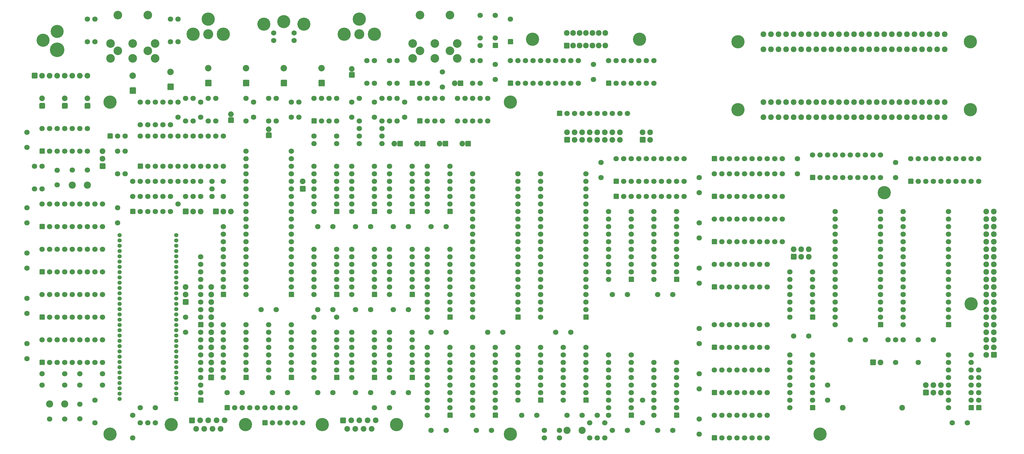
<source format=gbr>
G04 #@! TF.GenerationSoftware,KiCad,Pcbnew,5.1.9-1.fc33*
G04 #@! TF.CreationDate,2021-02-19T03:11:38+01:00*
G04 #@! TF.ProjectId,Omega-Mainboard,4f6d6567-612d-44d6-9169-6e626f617264,rev?*
G04 #@! TF.SameCoordinates,Original*
G04 #@! TF.FileFunction,Soldermask,Bot*
G04 #@! TF.FilePolarity,Negative*
%FSLAX46Y46*%
G04 Gerber Fmt 4.6, Leading zero omitted, Abs format (unit mm)*
G04 Created by KiCad (PCBNEW 5.1.9-1.fc33) date 2021-02-19 03:11:38*
%MOMM*%
%LPD*%
G01*
G04 APERTURE LIST*
%ADD10C,2.900000*%
%ADD11C,1.771600*%
%ADD12C,4.400500*%
%ADD13C,1.797000*%
%ADD14C,1.416000*%
%ADD15C,1.924000*%
%ADD16C,4.464000*%
%ADD17C,3.371800*%
%ADD18C,4.448760*%
%ADD19C,1.890980*%
%ADD20C,2.178000*%
%ADD21C,2.398980*%
%ADD22C,4.400000*%
%ADD23C,4.900000*%
G04 APERTURE END LIST*
D10*
X71200000Y-48220000D03*
X81200000Y-48220000D03*
X83700000Y-62720000D03*
X83700000Y-57720000D03*
X68700000Y-62720000D03*
X68700000Y-57720000D03*
X81200000Y-60220000D03*
X71200000Y-60220000D03*
X76200000Y-62720000D03*
X76200000Y-57720000D03*
X172800000Y-48220000D03*
X182800000Y-48220000D03*
X185300000Y-62720000D03*
X185300000Y-57720000D03*
X170300000Y-62720000D03*
X170300000Y-57720000D03*
X182800000Y-60220000D03*
X172800000Y-60220000D03*
X177800000Y-62720000D03*
X177800000Y-57720000D03*
D11*
X123600000Y-56720000D03*
X130400000Y-56720000D03*
X130400000Y-54220000D03*
X123600000Y-54220000D03*
D12*
X127000000Y-50420000D03*
X120250000Y-51220000D03*
X133750000Y-51220000D03*
G36*
G01*
X237861500Y-109918500D02*
X237861500Y-108521500D01*
G75*
G02*
X238061500Y-108321500I200000J0D01*
G01*
X239458500Y-108321500D01*
G75*
G02*
X239658500Y-108521500I0J-200000D01*
G01*
X239658500Y-109918500D01*
G75*
G02*
X239458500Y-110118500I-200000J0D01*
G01*
X238061500Y-110118500D01*
G75*
G02*
X237861500Y-109918500I0J200000D01*
G01*
G37*
D13*
X241300000Y-109220000D03*
X243840000Y-109220000D03*
X246380000Y-109220000D03*
X248920000Y-109220000D03*
X251460000Y-109220000D03*
X254000000Y-109220000D03*
X256540000Y-109220000D03*
X259080000Y-109220000D03*
X261620000Y-109220000D03*
X91440000Y-82550000D03*
X91440000Y-77470000D03*
X88900000Y-77470000D03*
X88900000Y-85090000D03*
X76200000Y-182880000D03*
X76200000Y-190500000D03*
G36*
G01*
X91313000Y-178127000D02*
X90297000Y-178127000D01*
G75*
G02*
X90097000Y-177927000I0J200000D01*
G01*
X90097000Y-176911000D01*
G75*
G02*
X90297000Y-176711000I200000J0D01*
G01*
X91313000Y-176711000D01*
G75*
G02*
X91513000Y-176911000I0J-200000D01*
G01*
X91513000Y-177927000D01*
G75*
G02*
X91313000Y-178127000I-200000J0D01*
G01*
G37*
D14*
X90805000Y-175641000D03*
X90805000Y-173863000D03*
X90805000Y-172085000D03*
X90805000Y-170307000D03*
X90805000Y-168529000D03*
X90805000Y-166751000D03*
X90805000Y-164973000D03*
X90805000Y-163195000D03*
X90805000Y-161417000D03*
X90805000Y-159639000D03*
X90805000Y-157861000D03*
X90805000Y-156083000D03*
X90805000Y-154305000D03*
X90805000Y-152527000D03*
X90805000Y-150749000D03*
X90805000Y-148971000D03*
X90805000Y-147193000D03*
X90805000Y-145415000D03*
X90805000Y-143637000D03*
X90805000Y-141859000D03*
X90805000Y-140081000D03*
X90805000Y-138303000D03*
X90805000Y-136525000D03*
X90805000Y-134747000D03*
X90805000Y-132969000D03*
X90805000Y-131191000D03*
X90805000Y-129413000D03*
X90805000Y-127635000D03*
X90805000Y-125857000D03*
X90805000Y-124079000D03*
X90805000Y-122301000D03*
X71755000Y-122301000D03*
X71755000Y-124079000D03*
X71755000Y-125857000D03*
X71755000Y-127635000D03*
X71755000Y-129413000D03*
X71755000Y-131191000D03*
X71755000Y-132969000D03*
X71755000Y-134747000D03*
X71755000Y-136525000D03*
X71755000Y-138303000D03*
X71755000Y-140081000D03*
X71755000Y-141859000D03*
X71755000Y-143637000D03*
X71755000Y-145415000D03*
X71755000Y-147193000D03*
X71755000Y-148971000D03*
X71755000Y-150749000D03*
X71755000Y-152527000D03*
X71755000Y-154305000D03*
X71755000Y-156083000D03*
X71755000Y-157861000D03*
X71755000Y-159639000D03*
X71755000Y-161417000D03*
X71755000Y-163195000D03*
X71755000Y-164973000D03*
X71755000Y-166751000D03*
X71755000Y-168529000D03*
X71755000Y-170307000D03*
X71755000Y-172085000D03*
X71755000Y-173863000D03*
X71755000Y-175641000D03*
X71755000Y-177419000D03*
G36*
G01*
X221288000Y-90932000D02*
X221288000Y-89408000D01*
G75*
G02*
X221488000Y-89208000I200000J0D01*
G01*
X223012000Y-89208000D01*
G75*
G02*
X223212000Y-89408000I0J-200000D01*
G01*
X223212000Y-90932000D01*
G75*
G02*
X223012000Y-91132000I-200000J0D01*
G01*
X221488000Y-91132000D01*
G75*
G02*
X221288000Y-90932000I0J200000D01*
G01*
G37*
D15*
X222250000Y-87630000D03*
X224790000Y-90170000D03*
X224790000Y-87630000D03*
X227330000Y-90170000D03*
X227330000Y-87630000D03*
X229870000Y-90170000D03*
X229870000Y-87630000D03*
X232410000Y-90170000D03*
X232410000Y-87630000D03*
X234950000Y-90170000D03*
X234950000Y-87630000D03*
X237490000Y-90170000D03*
X237490000Y-87630000D03*
X240030000Y-90170000D03*
X240030000Y-87630000D03*
D16*
X101600000Y-49530000D03*
X106680000Y-54610000D03*
X96520000Y-54610000D03*
D17*
X101600000Y-54610000D03*
D13*
X63500000Y-49530000D03*
X63500000Y-57150000D03*
X60960000Y-49530000D03*
X60960000Y-57150000D03*
X88900000Y-49530000D03*
X88900000Y-57150000D03*
D18*
X246600000Y-56320000D03*
X210600000Y-56320000D03*
G36*
G01*
X221158000Y-59227000D02*
X221158000Y-57703000D01*
G75*
G02*
X221358000Y-57503000I200000J0D01*
G01*
X222882000Y-57503000D01*
G75*
G02*
X223082000Y-57703000I0J-200000D01*
G01*
X223082000Y-59227000D01*
G75*
G02*
X222882000Y-59427000I-200000J0D01*
G01*
X221358000Y-59427000D01*
G75*
G02*
X221158000Y-59227000I0J200000D01*
G01*
G37*
D15*
X224280000Y-58465000D03*
X226440000Y-58465000D03*
X228600000Y-58465000D03*
X230760000Y-58465000D03*
X232920000Y-58465000D03*
X235080000Y-58465000D03*
X228600000Y-54175000D03*
X222120000Y-54175000D03*
X224280000Y-54175000D03*
X226440000Y-54175000D03*
X230760000Y-54175000D03*
X232920000Y-54175000D03*
X235080000Y-54175000D03*
D13*
X185420000Y-76200000D03*
X185420000Y-83820000D03*
X187960000Y-83820000D03*
X187960000Y-76200000D03*
X190500000Y-83820000D03*
X190500000Y-76200000D03*
X195580000Y-83820000D03*
X195580000Y-76200000D03*
X167640000Y-77470000D03*
X167640000Y-82550000D03*
X193040000Y-76200000D03*
X193040000Y-83820000D03*
X160020000Y-83820000D03*
X160020000Y-76200000D03*
G36*
G01*
X171821500Y-84518500D02*
X171821500Y-83121500D01*
G75*
G02*
X172021500Y-82921500I200000J0D01*
G01*
X173418500Y-82921500D01*
G75*
G02*
X173618500Y-83121500I0J-200000D01*
G01*
X173618500Y-84518500D01*
G75*
G02*
X173418500Y-84718500I-200000J0D01*
G01*
X172021500Y-84718500D01*
G75*
G02*
X171821500Y-84518500I0J200000D01*
G01*
G37*
X175260000Y-83820000D03*
X177800000Y-83820000D03*
X180340000Y-83820000D03*
X180340000Y-76200000D03*
X177800000Y-76200000D03*
X175260000Y-76200000D03*
X172720000Y-76200000D03*
G36*
G01*
X198818500Y-59318500D02*
X197421500Y-59318500D01*
G75*
G02*
X197221500Y-59118500I0J200000D01*
G01*
X197221500Y-57721500D01*
G75*
G02*
X197421500Y-57521500I200000J0D01*
G01*
X198818500Y-57521500D01*
G75*
G02*
X199018500Y-57721500I0J-200000D01*
G01*
X199018500Y-59118500D01*
G75*
G02*
X198818500Y-59318500I-200000J0D01*
G01*
G37*
X198120000Y-55880000D03*
X198120000Y-48260000D03*
X193040000Y-48260000D03*
X193040000Y-55880000D03*
X193040000Y-58420000D03*
X96520000Y-76200000D03*
X96520000Y-83820000D03*
G36*
G01*
X145478500Y-171078500D02*
X144081500Y-171078500D01*
G75*
G02*
X143881500Y-170878500I0J200000D01*
G01*
X143881500Y-169481500D01*
G75*
G02*
X144081500Y-169281500I200000J0D01*
G01*
X145478500Y-169281500D01*
G75*
G02*
X145678500Y-169481500I0J-200000D01*
G01*
X145678500Y-170878500D01*
G75*
G02*
X145478500Y-171078500I-200000J0D01*
G01*
G37*
X144780000Y-167640000D03*
X144780000Y-165100000D03*
X144780000Y-162560000D03*
X144780000Y-160020000D03*
X144780000Y-157480000D03*
X144780000Y-154940000D03*
X137160000Y-154940000D03*
X137160000Y-157480000D03*
X137160000Y-160020000D03*
X137160000Y-162560000D03*
X137160000Y-165100000D03*
X137160000Y-167640000D03*
X137160000Y-170180000D03*
G36*
G01*
X158178500Y-171078500D02*
X156781500Y-171078500D01*
G75*
G02*
X156581500Y-170878500I0J200000D01*
G01*
X156581500Y-169481500D01*
G75*
G02*
X156781500Y-169281500I200000J0D01*
G01*
X158178500Y-169281500D01*
G75*
G02*
X158378500Y-169481500I0J-200000D01*
G01*
X158378500Y-170878500D01*
G75*
G02*
X158178500Y-171078500I-200000J0D01*
G01*
G37*
X157480000Y-167640000D03*
X157480000Y-165100000D03*
X157480000Y-162560000D03*
X157480000Y-160020000D03*
X157480000Y-157480000D03*
X157480000Y-154940000D03*
X149860000Y-154940000D03*
X149860000Y-157480000D03*
X149860000Y-160020000D03*
X149860000Y-162560000D03*
X149860000Y-165100000D03*
X149860000Y-167640000D03*
X149860000Y-170180000D03*
G36*
G01*
X158178500Y-115198500D02*
X156781500Y-115198500D01*
G75*
G02*
X156581500Y-114998500I0J200000D01*
G01*
X156581500Y-113601500D01*
G75*
G02*
X156781500Y-113401500I200000J0D01*
G01*
X158178500Y-113401500D01*
G75*
G02*
X158378500Y-113601500I0J-200000D01*
G01*
X158378500Y-114998500D01*
G75*
G02*
X158178500Y-115198500I-200000J0D01*
G01*
G37*
X157480000Y-111760000D03*
X157480000Y-109220000D03*
X157480000Y-106680000D03*
X157480000Y-104140000D03*
X157480000Y-101600000D03*
X157480000Y-99060000D03*
X149860000Y-99060000D03*
X149860000Y-101600000D03*
X149860000Y-104140000D03*
X149860000Y-106680000D03*
X149860000Y-109220000D03*
X149860000Y-111760000D03*
X149860000Y-114300000D03*
G36*
G01*
X244538500Y-138058500D02*
X243141500Y-138058500D01*
G75*
G02*
X242941500Y-137858500I0J200000D01*
G01*
X242941500Y-136461500D01*
G75*
G02*
X243141500Y-136261500I200000J0D01*
G01*
X244538500Y-136261500D01*
G75*
G02*
X244738500Y-136461500I0J-200000D01*
G01*
X244738500Y-137858500D01*
G75*
G02*
X244538500Y-138058500I-200000J0D01*
G01*
G37*
X243840000Y-134620000D03*
X243840000Y-132080000D03*
X243840000Y-129540000D03*
X243840000Y-127000000D03*
X243840000Y-124460000D03*
X243840000Y-121920000D03*
X243840000Y-119380000D03*
X243840000Y-116840000D03*
X243840000Y-114300000D03*
X236220000Y-114300000D03*
X236220000Y-116840000D03*
X236220000Y-119380000D03*
X236220000Y-121920000D03*
X236220000Y-124460000D03*
X236220000Y-127000000D03*
X236220000Y-129540000D03*
X236220000Y-132080000D03*
X236220000Y-134620000D03*
X236220000Y-137160000D03*
G36*
G01*
X206438500Y-150758500D02*
X205041500Y-150758500D01*
G75*
G02*
X204841500Y-150558500I0J200000D01*
G01*
X204841500Y-149161500D01*
G75*
G02*
X205041500Y-148961500I200000J0D01*
G01*
X206438500Y-148961500D01*
G75*
G02*
X206638500Y-149161500I0J-200000D01*
G01*
X206638500Y-150558500D01*
G75*
G02*
X206438500Y-150758500I-200000J0D01*
G01*
G37*
X205740000Y-147320000D03*
X205740000Y-144780000D03*
X205740000Y-142240000D03*
X205740000Y-139700000D03*
X205740000Y-137160000D03*
X205740000Y-134620000D03*
X205740000Y-132080000D03*
X205740000Y-129540000D03*
X205740000Y-127000000D03*
X205740000Y-124460000D03*
X205740000Y-121920000D03*
X205740000Y-119380000D03*
X205740000Y-116840000D03*
X205740000Y-114300000D03*
X205740000Y-111760000D03*
X205740000Y-109220000D03*
X205740000Y-106680000D03*
X205740000Y-104140000D03*
X205740000Y-101600000D03*
X190500000Y-101600000D03*
X190500000Y-104140000D03*
X190500000Y-106680000D03*
X190500000Y-109220000D03*
X190500000Y-111760000D03*
X190500000Y-114300000D03*
X190500000Y-116840000D03*
X190500000Y-119380000D03*
X190500000Y-121920000D03*
X190500000Y-124460000D03*
X190500000Y-127000000D03*
X190500000Y-129540000D03*
X190500000Y-132080000D03*
X190500000Y-134620000D03*
X190500000Y-137160000D03*
X190500000Y-139700000D03*
X190500000Y-142240000D03*
X190500000Y-144780000D03*
X190500000Y-147320000D03*
X190500000Y-149860000D03*
G36*
G01*
X237861500Y-104838500D02*
X237861500Y-103441500D01*
G75*
G02*
X238061500Y-103241500I200000J0D01*
G01*
X239458500Y-103241500D01*
G75*
G02*
X239658500Y-103441500I0J-200000D01*
G01*
X239658500Y-104838500D01*
G75*
G02*
X239458500Y-105038500I-200000J0D01*
G01*
X238061500Y-105038500D01*
G75*
G02*
X237861500Y-104838500I0J200000D01*
G01*
G37*
X241300000Y-104140000D03*
X243840000Y-104140000D03*
X246380000Y-104140000D03*
X248920000Y-104140000D03*
X251460000Y-104140000D03*
X254000000Y-104140000D03*
X256540000Y-104140000D03*
X259080000Y-104140000D03*
X261620000Y-104140000D03*
X261620000Y-96520000D03*
X259080000Y-96520000D03*
X256540000Y-96520000D03*
X254000000Y-96520000D03*
X251460000Y-96520000D03*
X248920000Y-96520000D03*
X246380000Y-96520000D03*
X243840000Y-96520000D03*
X241300000Y-96520000D03*
X238760000Y-96520000D03*
X252730000Y-142240000D03*
X257810000Y-142240000D03*
D15*
X288290000Y-59690000D03*
X288290000Y-54610000D03*
X290830000Y-59690000D03*
X290830000Y-54610000D03*
X293370000Y-59690000D03*
X293370000Y-54610000D03*
X295910000Y-59690000D03*
X295910000Y-54610000D03*
X298450000Y-59690000D03*
X298450000Y-54610000D03*
X300990000Y-59690000D03*
X300990000Y-54610000D03*
X303530000Y-59690000D03*
X303530000Y-54610000D03*
X306070000Y-59690000D03*
X306070000Y-54610000D03*
X308610000Y-59690000D03*
X308610000Y-54610000D03*
X311150000Y-59690000D03*
X311150000Y-54610000D03*
X313690000Y-59690000D03*
X313690000Y-54610000D03*
X316230000Y-59690000D03*
X316230000Y-54610000D03*
X318770000Y-59690000D03*
X318770000Y-54610000D03*
X321310000Y-59690000D03*
X321310000Y-54610000D03*
X323850000Y-59690000D03*
X323850000Y-54610000D03*
X326390000Y-59690000D03*
X326390000Y-54610000D03*
X328930000Y-59690000D03*
X328930000Y-54610000D03*
X331470000Y-59690000D03*
X331470000Y-54610000D03*
X334010000Y-59690000D03*
X334010000Y-54610000D03*
X336550000Y-59690000D03*
X336550000Y-54610000D03*
X339090000Y-59690000D03*
X339090000Y-54610000D03*
X341630000Y-59690000D03*
X341630000Y-54610000D03*
X344170000Y-59690000D03*
X344170000Y-54610000D03*
X346710000Y-59690000D03*
X346710000Y-54610000D03*
X349250000Y-59690000D03*
X349250000Y-54610000D03*
D18*
X89105740Y-186055000D03*
X114094260Y-186055000D03*
G36*
G01*
X97075600Y-183870600D02*
X97075600Y-185394600D01*
G75*
G02*
X96875600Y-185594600I-200000J0D01*
G01*
X95351600Y-185594600D01*
G75*
G02*
X95151600Y-185394600I0J200000D01*
G01*
X95151600Y-183870600D01*
G75*
G02*
X95351600Y-183670600I200000J0D01*
G01*
X96875600Y-183670600D01*
G75*
G02*
X97075600Y-183870600I0J-200000D01*
G01*
G37*
D15*
X98856800Y-184632600D03*
X101600000Y-184632600D03*
X104343200Y-184632600D03*
X107086400Y-184632600D03*
X105714800Y-187477400D03*
X102971600Y-187477400D03*
X100203000Y-187477400D03*
X97485200Y-187477400D03*
G36*
G01*
X328358500Y-153298500D02*
X326961500Y-153298500D01*
G75*
G02*
X326761500Y-153098500I0J200000D01*
G01*
X326761500Y-151701500D01*
G75*
G02*
X326961500Y-151501500I200000J0D01*
G01*
X328358500Y-151501500D01*
G75*
G02*
X328558500Y-151701500I0J-200000D01*
G01*
X328558500Y-153098500D01*
G75*
G02*
X328358500Y-153298500I-200000J0D01*
G01*
G37*
D13*
X327660000Y-149860000D03*
X327660000Y-147320000D03*
X327660000Y-144780000D03*
X327660000Y-142240000D03*
X327660000Y-139700000D03*
X327660000Y-137160000D03*
X327660000Y-134620000D03*
X327660000Y-132080000D03*
X327660000Y-129540000D03*
X327660000Y-127000000D03*
X327660000Y-124460000D03*
X327660000Y-121920000D03*
X327660000Y-119380000D03*
X327660000Y-116840000D03*
X327660000Y-114300000D03*
X312420000Y-114300000D03*
X312420000Y-116840000D03*
X312420000Y-119380000D03*
X312420000Y-121920000D03*
X312420000Y-124460000D03*
X312420000Y-127000000D03*
X312420000Y-129540000D03*
X312420000Y-132080000D03*
X312420000Y-134620000D03*
X312420000Y-137160000D03*
X312420000Y-139700000D03*
X312420000Y-142240000D03*
X312420000Y-144780000D03*
X312420000Y-147320000D03*
X312420000Y-149860000D03*
X312420000Y-152400000D03*
G36*
G01*
X351218500Y-153298500D02*
X349821500Y-153298500D01*
G75*
G02*
X349621500Y-153098500I0J200000D01*
G01*
X349621500Y-151701500D01*
G75*
G02*
X349821500Y-151501500I200000J0D01*
G01*
X351218500Y-151501500D01*
G75*
G02*
X351418500Y-151701500I0J-200000D01*
G01*
X351418500Y-153098500D01*
G75*
G02*
X351218500Y-153298500I-200000J0D01*
G01*
G37*
X350520000Y-149860000D03*
X350520000Y-147320000D03*
X350520000Y-144780000D03*
X350520000Y-142240000D03*
X350520000Y-139700000D03*
X350520000Y-137160000D03*
X350520000Y-134620000D03*
X350520000Y-132080000D03*
X350520000Y-129540000D03*
X350520000Y-127000000D03*
X350520000Y-124460000D03*
X350520000Y-121920000D03*
X350520000Y-119380000D03*
X350520000Y-116840000D03*
X350520000Y-114300000D03*
X335280000Y-114300000D03*
X335280000Y-116840000D03*
X335280000Y-119380000D03*
X335280000Y-121920000D03*
X335280000Y-124460000D03*
X335280000Y-127000000D03*
X335280000Y-129540000D03*
X335280000Y-132080000D03*
X335280000Y-134620000D03*
X335280000Y-137160000D03*
X335280000Y-139700000D03*
X335280000Y-142240000D03*
X335280000Y-144780000D03*
X335280000Y-147320000D03*
X335280000Y-149860000D03*
X335280000Y-152400000D03*
G36*
G01*
X303901500Y-103568500D02*
X303901500Y-102171500D01*
G75*
G02*
X304101500Y-101971500I200000J0D01*
G01*
X305498500Y-101971500D01*
G75*
G02*
X305698500Y-102171500I0J-200000D01*
G01*
X305698500Y-103568500D01*
G75*
G02*
X305498500Y-103768500I-200000J0D01*
G01*
X304101500Y-103768500D01*
G75*
G02*
X303901500Y-103568500I0J200000D01*
G01*
G37*
X307340000Y-102870000D03*
X309880000Y-102870000D03*
X312420000Y-102870000D03*
X314960000Y-102870000D03*
X317500000Y-102870000D03*
X320040000Y-102870000D03*
X322580000Y-102870000D03*
X325120000Y-102870000D03*
X327660000Y-102870000D03*
X327660000Y-95250000D03*
X325120000Y-95250000D03*
X322580000Y-95250000D03*
X320040000Y-95250000D03*
X317500000Y-95250000D03*
X314960000Y-95250000D03*
X312420000Y-95250000D03*
X309880000Y-95250000D03*
X307340000Y-95250000D03*
X304800000Y-95250000D03*
D15*
X314929520Y-180340000D03*
X334929480Y-180340000D03*
G36*
G01*
X305498500Y-150758500D02*
X304101500Y-150758500D01*
G75*
G02*
X303901500Y-150558500I0J200000D01*
G01*
X303901500Y-149161500D01*
G75*
G02*
X304101500Y-148961500I200000J0D01*
G01*
X305498500Y-148961500D01*
G75*
G02*
X305698500Y-149161500I0J-200000D01*
G01*
X305698500Y-150558500D01*
G75*
G02*
X305498500Y-150758500I-200000J0D01*
G01*
G37*
D13*
X304800000Y-147320000D03*
X304800000Y-144780000D03*
X304800000Y-142240000D03*
X304800000Y-139700000D03*
X304800000Y-137160000D03*
X304800000Y-134620000D03*
X297180000Y-134620000D03*
X297180000Y-137160000D03*
X297180000Y-139700000D03*
X297180000Y-142240000D03*
X297180000Y-144780000D03*
X297180000Y-147320000D03*
X297180000Y-149860000D03*
X298450000Y-156210000D03*
X303530000Y-156210000D03*
G36*
G01*
X270881500Y-109918500D02*
X270881500Y-108521500D01*
G75*
G02*
X271081500Y-108321500I200000J0D01*
G01*
X272478500Y-108321500D01*
G75*
G02*
X272678500Y-108521500I0J-200000D01*
G01*
X272678500Y-109918500D01*
G75*
G02*
X272478500Y-110118500I-200000J0D01*
G01*
X271081500Y-110118500D01*
G75*
G02*
X270881500Y-109918500I0J200000D01*
G01*
G37*
X274320000Y-109220000D03*
X276860000Y-109220000D03*
X279400000Y-109220000D03*
X281940000Y-109220000D03*
X284480000Y-109220000D03*
X287020000Y-109220000D03*
X289560000Y-109220000D03*
X292100000Y-109220000D03*
X294640000Y-109220000D03*
X294640000Y-101600000D03*
X292100000Y-101600000D03*
X289560000Y-101600000D03*
X287020000Y-101600000D03*
X284480000Y-101600000D03*
X281940000Y-101600000D03*
X279400000Y-101600000D03*
X276860000Y-101600000D03*
X274320000Y-101600000D03*
X271780000Y-101600000D03*
G36*
G01*
X270881500Y-125158500D02*
X270881500Y-123761500D01*
G75*
G02*
X271081500Y-123561500I200000J0D01*
G01*
X272478500Y-123561500D01*
G75*
G02*
X272678500Y-123761500I0J-200000D01*
G01*
X272678500Y-125158500D01*
G75*
G02*
X272478500Y-125358500I-200000J0D01*
G01*
X271081500Y-125358500D01*
G75*
G02*
X270881500Y-125158500I0J200000D01*
G01*
G37*
X274320000Y-124460000D03*
X276860000Y-124460000D03*
X279400000Y-124460000D03*
X281940000Y-124460000D03*
X284480000Y-124460000D03*
X287020000Y-124460000D03*
X289560000Y-124460000D03*
X292100000Y-124460000D03*
X294640000Y-124460000D03*
X294640000Y-116840000D03*
X292100000Y-116840000D03*
X289560000Y-116840000D03*
X287020000Y-116840000D03*
X284480000Y-116840000D03*
X281940000Y-116840000D03*
X279400000Y-116840000D03*
X276860000Y-116840000D03*
X274320000Y-116840000D03*
X271780000Y-116840000D03*
G36*
G01*
X244538500Y-183778500D02*
X243141500Y-183778500D01*
G75*
G02*
X242941500Y-183578500I0J200000D01*
G01*
X242941500Y-182181500D01*
G75*
G02*
X243141500Y-181981500I200000J0D01*
G01*
X244538500Y-181981500D01*
G75*
G02*
X244738500Y-182181500I0J-200000D01*
G01*
X244738500Y-183578500D01*
G75*
G02*
X244538500Y-183778500I-200000J0D01*
G01*
G37*
X243840000Y-180340000D03*
X243840000Y-177800000D03*
X243840000Y-175260000D03*
X243840000Y-172720000D03*
X243840000Y-170180000D03*
X243840000Y-167640000D03*
X243840000Y-165100000D03*
X243840000Y-162560000D03*
X236220000Y-162560000D03*
X236220000Y-165100000D03*
X236220000Y-167640000D03*
X236220000Y-170180000D03*
X236220000Y-172720000D03*
X236220000Y-175260000D03*
X236220000Y-177800000D03*
X236220000Y-180340000D03*
X236220000Y-182880000D03*
G36*
G01*
X158178500Y-143138500D02*
X156781500Y-143138500D01*
G75*
G02*
X156581500Y-142938500I0J200000D01*
G01*
X156581500Y-141541500D01*
G75*
G02*
X156781500Y-141341500I200000J0D01*
G01*
X158178500Y-141341500D01*
G75*
G02*
X158378500Y-141541500I0J-200000D01*
G01*
X158378500Y-142938500D01*
G75*
G02*
X158178500Y-143138500I-200000J0D01*
G01*
G37*
X157480000Y-139700000D03*
X157480000Y-137160000D03*
X157480000Y-134620000D03*
X157480000Y-132080000D03*
X157480000Y-129540000D03*
X157480000Y-127000000D03*
X149860000Y-127000000D03*
X149860000Y-129540000D03*
X149860000Y-132080000D03*
X149860000Y-134620000D03*
X149860000Y-137160000D03*
X149860000Y-139700000D03*
X149860000Y-142240000D03*
G36*
G01*
X130238500Y-143138500D02*
X128841500Y-143138500D01*
G75*
G02*
X128641500Y-142938500I0J200000D01*
G01*
X128641500Y-141541500D01*
G75*
G02*
X128841500Y-141341500I200000J0D01*
G01*
X130238500Y-141341500D01*
G75*
G02*
X130438500Y-141541500I0J-200000D01*
G01*
X130438500Y-142938500D01*
G75*
G02*
X130238500Y-143138500I-200000J0D01*
G01*
G37*
X129540000Y-139700000D03*
X129540000Y-137160000D03*
X129540000Y-134620000D03*
X129540000Y-132080000D03*
X129540000Y-129540000D03*
X129540000Y-127000000D03*
X129540000Y-124460000D03*
X129540000Y-121920000D03*
X129540000Y-119380000D03*
X129540000Y-116840000D03*
X129540000Y-114300000D03*
X129540000Y-111760000D03*
X129540000Y-109220000D03*
X129540000Y-106680000D03*
X129540000Y-104140000D03*
X129540000Y-101600000D03*
X129540000Y-99060000D03*
X129540000Y-96520000D03*
X129540000Y-93980000D03*
X114300000Y-93980000D03*
X114300000Y-96520000D03*
X114300000Y-99060000D03*
X114300000Y-101600000D03*
X114300000Y-104140000D03*
X114300000Y-106680000D03*
X114300000Y-109220000D03*
X114300000Y-111760000D03*
X114300000Y-114300000D03*
X114300000Y-116840000D03*
X114300000Y-119380000D03*
X114300000Y-121920000D03*
X114300000Y-124460000D03*
X114300000Y-127000000D03*
X114300000Y-129540000D03*
X114300000Y-132080000D03*
X114300000Y-134620000D03*
X114300000Y-137160000D03*
X114300000Y-139700000D03*
X114300000Y-142240000D03*
G36*
G01*
X170878500Y-171078500D02*
X169481500Y-171078500D01*
G75*
G02*
X169281500Y-170878500I0J200000D01*
G01*
X169281500Y-169481500D01*
G75*
G02*
X169481500Y-169281500I200000J0D01*
G01*
X170878500Y-169281500D01*
G75*
G02*
X171078500Y-169481500I0J-200000D01*
G01*
X171078500Y-170878500D01*
G75*
G02*
X170878500Y-171078500I-200000J0D01*
G01*
G37*
X170180000Y-167640000D03*
X170180000Y-165100000D03*
X170180000Y-162560000D03*
X170180000Y-160020000D03*
X170180000Y-157480000D03*
X170180000Y-154940000D03*
X162560000Y-154940000D03*
X162560000Y-157480000D03*
X162560000Y-160020000D03*
X162560000Y-162560000D03*
X162560000Y-165100000D03*
X162560000Y-167640000D03*
X162560000Y-170180000D03*
G36*
G01*
X44821500Y-94678500D02*
X44821500Y-93281500D01*
G75*
G02*
X45021500Y-93081500I200000J0D01*
G01*
X46418500Y-93081500D01*
G75*
G02*
X46618500Y-93281500I0J-200000D01*
G01*
X46618500Y-94678500D01*
G75*
G02*
X46418500Y-94878500I-200000J0D01*
G01*
X45021500Y-94878500D01*
G75*
G02*
X44821500Y-94678500I0J200000D01*
G01*
G37*
X48260000Y-93980000D03*
X50800000Y-93980000D03*
X53340000Y-93980000D03*
X55880000Y-93980000D03*
X58420000Y-93980000D03*
X60960000Y-93980000D03*
X60960000Y-86360000D03*
X58420000Y-86360000D03*
X55880000Y-86360000D03*
X53340000Y-86360000D03*
X50800000Y-86360000D03*
X48260000Y-86360000D03*
X45720000Y-86360000D03*
G36*
G01*
X170878500Y-143138500D02*
X169481500Y-143138500D01*
G75*
G02*
X169281500Y-142938500I0J200000D01*
G01*
X169281500Y-141541500D01*
G75*
G02*
X169481500Y-141341500I200000J0D01*
G01*
X170878500Y-141341500D01*
G75*
G02*
X171078500Y-141541500I0J-200000D01*
G01*
X171078500Y-142938500D01*
G75*
G02*
X170878500Y-143138500I-200000J0D01*
G01*
G37*
X170180000Y-139700000D03*
X170180000Y-137160000D03*
X170180000Y-134620000D03*
X170180000Y-132080000D03*
X170180000Y-129540000D03*
X170180000Y-127000000D03*
X162560000Y-127000000D03*
X162560000Y-129540000D03*
X162560000Y-132080000D03*
X162560000Y-134620000D03*
X162560000Y-137160000D03*
X162560000Y-139700000D03*
X162560000Y-142240000D03*
G36*
G01*
X183578500Y-150758500D02*
X182181500Y-150758500D01*
G75*
G02*
X181981500Y-150558500I0J200000D01*
G01*
X181981500Y-149161500D01*
G75*
G02*
X182181500Y-148961500I200000J0D01*
G01*
X183578500Y-148961500D01*
G75*
G02*
X183778500Y-149161500I0J-200000D01*
G01*
X183778500Y-150558500D01*
G75*
G02*
X183578500Y-150758500I-200000J0D01*
G01*
G37*
X182880000Y-147320000D03*
X182880000Y-144780000D03*
X182880000Y-142240000D03*
X182880000Y-139700000D03*
X182880000Y-137160000D03*
X182880000Y-134620000D03*
X182880000Y-132080000D03*
X182880000Y-129540000D03*
X182880000Y-127000000D03*
X175260000Y-127000000D03*
X175260000Y-129540000D03*
X175260000Y-132080000D03*
X175260000Y-134620000D03*
X175260000Y-137160000D03*
X175260000Y-139700000D03*
X175260000Y-142240000D03*
X175260000Y-144780000D03*
X175260000Y-147320000D03*
X175260000Y-149860000D03*
G36*
G01*
X229298500Y-150758500D02*
X227901500Y-150758500D01*
G75*
G02*
X227701500Y-150558500I0J200000D01*
G01*
X227701500Y-149161500D01*
G75*
G02*
X227901500Y-148961500I200000J0D01*
G01*
X229298500Y-148961500D01*
G75*
G02*
X229498500Y-149161500I0J-200000D01*
G01*
X229498500Y-150558500D01*
G75*
G02*
X229298500Y-150758500I-200000J0D01*
G01*
G37*
X228600000Y-147320000D03*
X228600000Y-144780000D03*
X228600000Y-142240000D03*
X228600000Y-139700000D03*
X228600000Y-137160000D03*
X228600000Y-134620000D03*
X228600000Y-132080000D03*
X228600000Y-129540000D03*
X228600000Y-127000000D03*
X228600000Y-124460000D03*
X228600000Y-121920000D03*
X228600000Y-119380000D03*
X228600000Y-116840000D03*
X228600000Y-114300000D03*
X228600000Y-111760000D03*
X228600000Y-109220000D03*
X228600000Y-106680000D03*
X228600000Y-104140000D03*
X228600000Y-101600000D03*
X213360000Y-101600000D03*
X213360000Y-104140000D03*
X213360000Y-106680000D03*
X213360000Y-109220000D03*
X213360000Y-111760000D03*
X213360000Y-114300000D03*
X213360000Y-116840000D03*
X213360000Y-119380000D03*
X213360000Y-121920000D03*
X213360000Y-124460000D03*
X213360000Y-127000000D03*
X213360000Y-129540000D03*
X213360000Y-132080000D03*
X213360000Y-134620000D03*
X213360000Y-137160000D03*
X213360000Y-139700000D03*
X213360000Y-142240000D03*
X213360000Y-144780000D03*
X213360000Y-147320000D03*
X213360000Y-149860000D03*
G36*
G01*
X259778500Y-138058500D02*
X258381500Y-138058500D01*
G75*
G02*
X258181500Y-137858500I0J200000D01*
G01*
X258181500Y-136461500D01*
G75*
G02*
X258381500Y-136261500I200000J0D01*
G01*
X259778500Y-136261500D01*
G75*
G02*
X259978500Y-136461500I0J-200000D01*
G01*
X259978500Y-137858500D01*
G75*
G02*
X259778500Y-138058500I-200000J0D01*
G01*
G37*
X259080000Y-134620000D03*
X259080000Y-132080000D03*
X259080000Y-129540000D03*
X259080000Y-127000000D03*
X259080000Y-124460000D03*
X259080000Y-121920000D03*
X259080000Y-119380000D03*
X259080000Y-116840000D03*
X259080000Y-114300000D03*
X251460000Y-114300000D03*
X251460000Y-116840000D03*
X251460000Y-119380000D03*
X251460000Y-121920000D03*
X251460000Y-124460000D03*
X251460000Y-127000000D03*
X251460000Y-129540000D03*
X251460000Y-132080000D03*
X251460000Y-134620000D03*
X251460000Y-137160000D03*
G36*
G01*
X44821500Y-120078500D02*
X44821500Y-118681500D01*
G75*
G02*
X45021500Y-118481500I200000J0D01*
G01*
X46418500Y-118481500D01*
G75*
G02*
X46618500Y-118681500I0J-200000D01*
G01*
X46618500Y-120078500D01*
G75*
G02*
X46418500Y-120278500I-200000J0D01*
G01*
X45021500Y-120278500D01*
G75*
G02*
X44821500Y-120078500I0J200000D01*
G01*
G37*
X48260000Y-119380000D03*
X50800000Y-119380000D03*
X53340000Y-119380000D03*
X55880000Y-119380000D03*
X58420000Y-119380000D03*
X60960000Y-119380000D03*
X63500000Y-119380000D03*
X66040000Y-119380000D03*
X66040000Y-111760000D03*
X63500000Y-111760000D03*
X60960000Y-111760000D03*
X58420000Y-111760000D03*
X55880000Y-111760000D03*
X53340000Y-111760000D03*
X50800000Y-111760000D03*
X48260000Y-111760000D03*
X45720000Y-111760000D03*
G36*
G01*
X259778500Y-183778500D02*
X258381500Y-183778500D01*
G75*
G02*
X258181500Y-183578500I0J200000D01*
G01*
X258181500Y-182181500D01*
G75*
G02*
X258381500Y-181981500I200000J0D01*
G01*
X259778500Y-181981500D01*
G75*
G02*
X259978500Y-182181500I0J-200000D01*
G01*
X259978500Y-183578500D01*
G75*
G02*
X259778500Y-183778500I-200000J0D01*
G01*
G37*
X259080000Y-180340000D03*
X259080000Y-177800000D03*
X259080000Y-175260000D03*
X259080000Y-172720000D03*
X259080000Y-170180000D03*
X259080000Y-167640000D03*
X259080000Y-165100000D03*
X251460000Y-165100000D03*
X251460000Y-167640000D03*
X251460000Y-170180000D03*
X251460000Y-172720000D03*
X251460000Y-175260000D03*
X251460000Y-177800000D03*
X251460000Y-180340000D03*
X251460000Y-182880000D03*
G36*
G01*
X229298500Y-178698500D02*
X227901500Y-178698500D01*
G75*
G02*
X227701500Y-178498500I0J200000D01*
G01*
X227701500Y-177101500D01*
G75*
G02*
X227901500Y-176901500I200000J0D01*
G01*
X229298500Y-176901500D01*
G75*
G02*
X229498500Y-177101500I0J-200000D01*
G01*
X229498500Y-178498500D01*
G75*
G02*
X229298500Y-178698500I-200000J0D01*
G01*
G37*
X228600000Y-175260000D03*
X228600000Y-172720000D03*
X228600000Y-170180000D03*
X228600000Y-167640000D03*
X228600000Y-165100000D03*
X228600000Y-162560000D03*
X228600000Y-160020000D03*
X220980000Y-160020000D03*
X220980000Y-162560000D03*
X220980000Y-165100000D03*
X220980000Y-167640000D03*
X220980000Y-170180000D03*
X220980000Y-172720000D03*
X220980000Y-175260000D03*
X220980000Y-177800000D03*
G36*
G01*
X183578500Y-183778500D02*
X182181500Y-183778500D01*
G75*
G02*
X181981500Y-183578500I0J200000D01*
G01*
X181981500Y-182181500D01*
G75*
G02*
X182181500Y-181981500I200000J0D01*
G01*
X183578500Y-181981500D01*
G75*
G02*
X183778500Y-182181500I0J-200000D01*
G01*
X183778500Y-183578500D01*
G75*
G02*
X183578500Y-183778500I-200000J0D01*
G01*
G37*
X182880000Y-180340000D03*
X182880000Y-177800000D03*
X182880000Y-175260000D03*
X182880000Y-172720000D03*
X182880000Y-170180000D03*
X182880000Y-167640000D03*
X182880000Y-165100000D03*
X182880000Y-162560000D03*
X182880000Y-160020000D03*
X175260000Y-160020000D03*
X175260000Y-162560000D03*
X175260000Y-165100000D03*
X175260000Y-167640000D03*
X175260000Y-170180000D03*
X175260000Y-172720000D03*
X175260000Y-175260000D03*
X175260000Y-177800000D03*
X175260000Y-180340000D03*
X175260000Y-182880000D03*
D15*
X148285200Y-187477400D03*
X151003000Y-187477400D03*
X153771600Y-187477400D03*
X156514800Y-187477400D03*
X157886400Y-184632600D03*
X155143200Y-184632600D03*
X152400000Y-184632600D03*
X149656800Y-184632600D03*
G36*
G01*
X147875600Y-183870600D02*
X147875600Y-185394600D01*
G75*
G02*
X147675600Y-185594600I-200000J0D01*
G01*
X146151600Y-185594600D01*
G75*
G02*
X145951600Y-185394600I0J200000D01*
G01*
X145951600Y-183870600D01*
G75*
G02*
X146151600Y-183670600I200000J0D01*
G01*
X147675600Y-183670600D01*
G75*
G02*
X147875600Y-183870600I0J-200000D01*
G01*
G37*
D18*
X164894260Y-186055000D03*
X139905740Y-186055000D03*
G36*
G01*
X198818500Y-183778500D02*
X197421500Y-183778500D01*
G75*
G02*
X197221500Y-183578500I0J200000D01*
G01*
X197221500Y-182181500D01*
G75*
G02*
X197421500Y-181981500I200000J0D01*
G01*
X198818500Y-181981500D01*
G75*
G02*
X199018500Y-182181500I0J-200000D01*
G01*
X199018500Y-183578500D01*
G75*
G02*
X198818500Y-183778500I-200000J0D01*
G01*
G37*
D13*
X198120000Y-180340000D03*
X198120000Y-177800000D03*
X198120000Y-175260000D03*
X198120000Y-172720000D03*
X198120000Y-170180000D03*
X198120000Y-167640000D03*
X198120000Y-165100000D03*
X198120000Y-162560000D03*
X198120000Y-160020000D03*
X190500000Y-160020000D03*
X190500000Y-162560000D03*
X190500000Y-165100000D03*
X190500000Y-167640000D03*
X190500000Y-170180000D03*
X190500000Y-172720000D03*
X190500000Y-175260000D03*
X190500000Y-177800000D03*
X190500000Y-180340000D03*
X190500000Y-182880000D03*
G36*
G01*
X189906250Y-90694510D02*
X189906250Y-92185490D01*
G75*
G02*
X189706250Y-92385490I-200000J0D01*
G01*
X188215270Y-92385490D01*
G75*
G02*
X188015270Y-92185490I0J200000D01*
G01*
X188015270Y-90694510D01*
G75*
G02*
X188215270Y-90494510I200000J0D01*
G01*
X189706250Y-90494510D01*
G75*
G02*
X189906250Y-90694510I0J-200000D01*
G01*
G37*
D19*
X186959240Y-91440000D03*
G36*
G01*
X358838500Y-181238500D02*
X357441500Y-181238500D01*
G75*
G02*
X357241500Y-181038500I0J200000D01*
G01*
X357241500Y-179641500D01*
G75*
G02*
X357441500Y-179441500I200000J0D01*
G01*
X358838500Y-179441500D01*
G75*
G02*
X359038500Y-179641500I0J-200000D01*
G01*
X359038500Y-181038500D01*
G75*
G02*
X358838500Y-181238500I-200000J0D01*
G01*
G37*
D13*
X358140000Y-177800000D03*
X358140000Y-175260000D03*
X358140000Y-172720000D03*
X358140000Y-170180000D03*
X358140000Y-167640000D03*
X358140000Y-165100000D03*
X358140000Y-162560000D03*
X350520000Y-162560000D03*
X350520000Y-165100000D03*
X350520000Y-167640000D03*
X350520000Y-170180000D03*
X350520000Y-172720000D03*
X350520000Y-175260000D03*
X350520000Y-177800000D03*
X350520000Y-180340000D03*
D15*
X349250000Y-77470000D03*
X349250000Y-82550000D03*
X346710000Y-77470000D03*
X346710000Y-82550000D03*
X344170000Y-77470000D03*
X344170000Y-82550000D03*
X341630000Y-77470000D03*
X341630000Y-82550000D03*
X339090000Y-77470000D03*
X339090000Y-82550000D03*
X336550000Y-77470000D03*
X336550000Y-82550000D03*
X334010000Y-77470000D03*
X334010000Y-82550000D03*
X331470000Y-77470000D03*
X331470000Y-82550000D03*
X328930000Y-77470000D03*
X328930000Y-82550000D03*
X326390000Y-77470000D03*
X326390000Y-82550000D03*
X323850000Y-77470000D03*
X323850000Y-82550000D03*
X321310000Y-77470000D03*
X321310000Y-82550000D03*
X318770000Y-77470000D03*
X318770000Y-82550000D03*
X316230000Y-77470000D03*
X316230000Y-82550000D03*
X313690000Y-77470000D03*
X313690000Y-82550000D03*
X311150000Y-77470000D03*
X311150000Y-82550000D03*
X308610000Y-77470000D03*
X308610000Y-82550000D03*
X306070000Y-77470000D03*
X306070000Y-82550000D03*
X303530000Y-77470000D03*
X303530000Y-82550000D03*
X300990000Y-77470000D03*
X300990000Y-82550000D03*
X298450000Y-77470000D03*
X298450000Y-82550000D03*
X295910000Y-77470000D03*
X295910000Y-82550000D03*
X293370000Y-77470000D03*
X293370000Y-82550000D03*
X290830000Y-77470000D03*
X290830000Y-82550000D03*
X288290000Y-77470000D03*
X288290000Y-82550000D03*
D13*
X104140000Y-76200000D03*
X104140000Y-83820000D03*
D16*
X68580000Y-77470000D03*
X203200000Y-77470000D03*
X328930000Y-107950000D03*
X68580000Y-189230000D03*
X203200000Y-189230000D03*
X307340000Y-189230000D03*
X358140000Y-145415000D03*
D13*
X200660000Y-154940000D03*
X195580000Y-154940000D03*
X218440000Y-154940000D03*
X223520000Y-154940000D03*
X78740000Y-180340000D03*
X83820000Y-180340000D03*
X119380000Y-147320000D03*
X124460000Y-147320000D03*
X237490000Y-187960000D03*
X242570000Y-187960000D03*
X317500000Y-157480000D03*
X322580000Y-157480000D03*
X340360000Y-157480000D03*
X345440000Y-157480000D03*
X40640000Y-118110000D03*
X40640000Y-113030000D03*
X40640000Y-148590000D03*
X40640000Y-143510000D03*
X40640000Y-133350000D03*
X40640000Y-128270000D03*
X40640000Y-163830000D03*
X40640000Y-158750000D03*
X176530000Y-154940000D03*
X181610000Y-154940000D03*
X176530000Y-187960000D03*
X181610000Y-187960000D03*
X191770000Y-187960000D03*
X196850000Y-187960000D03*
X266700000Y-133350000D03*
X266700000Y-138430000D03*
X266700000Y-168910000D03*
X266700000Y-173990000D03*
X266700000Y-153670000D03*
X266700000Y-158750000D03*
X266700000Y-184150000D03*
X266700000Y-189230000D03*
X299720000Y-96520000D03*
X299720000Y-101600000D03*
X332740000Y-97790000D03*
X332740000Y-102870000D03*
X233680000Y-97790000D03*
X233680000Y-102870000D03*
X237490000Y-142240000D03*
X242570000Y-142240000D03*
X198120000Y-64770000D03*
X198120000Y-69850000D03*
X266700000Y-102870000D03*
X266700000Y-107950000D03*
X266700000Y-118110000D03*
X266700000Y-123190000D03*
X252730000Y-187960000D03*
X257810000Y-187960000D03*
X107950000Y-175260000D03*
X113030000Y-175260000D03*
X123190000Y-175260000D03*
X128270000Y-175260000D03*
X222250000Y-182880000D03*
X227330000Y-182880000D03*
X207010000Y-182880000D03*
X212090000Y-182880000D03*
X351790000Y-185420000D03*
X356870000Y-185420000D03*
X231140000Y-64770000D03*
X231140000Y-69850000D03*
X163830000Y-119380000D03*
X168910000Y-119380000D03*
X151130000Y-119380000D03*
X156210000Y-119380000D03*
X138430000Y-119380000D03*
X143510000Y-119380000D03*
X163830000Y-175260000D03*
X168910000Y-175260000D03*
X151130000Y-175260000D03*
X156210000Y-175260000D03*
X151130000Y-147320000D03*
X156210000Y-147320000D03*
X163830000Y-147320000D03*
X168910000Y-147320000D03*
X138430000Y-175260000D03*
X143510000Y-175260000D03*
X40640000Y-87630000D03*
X40640000Y-92710000D03*
X138430000Y-147320000D03*
X143510000Y-147320000D03*
X176530000Y-119380000D03*
X181610000Y-119380000D03*
X309880000Y-177800000D03*
X309880000Y-172720000D03*
X106680000Y-104140000D03*
X106680000Y-109220000D03*
X129540000Y-77470000D03*
X129540000Y-82550000D03*
X86360000Y-109220000D03*
X86360000Y-104140000D03*
X83820000Y-109220000D03*
X83820000Y-104140000D03*
X88900000Y-109220000D03*
X88900000Y-104140000D03*
X96520000Y-104140000D03*
X96520000Y-109220000D03*
X116840000Y-82550000D03*
X116840000Y-77470000D03*
X71120000Y-113030000D03*
X71120000Y-118110000D03*
G36*
G01*
X115189001Y-72168360D02*
X113410999Y-72168360D01*
G75*
G02*
X113211000Y-71968361I0J199999D01*
G01*
X113211000Y-70190359D01*
G75*
G02*
X113410999Y-69990360I199999J0D01*
G01*
X115189001Y-69990360D01*
G75*
G02*
X115389000Y-70190359I0J-199999D01*
G01*
X115389000Y-71968361D01*
G75*
G02*
X115189001Y-72168360I-199999J0D01*
G01*
G37*
D20*
X114300000Y-66080640D03*
G36*
G01*
X140589001Y-72168360D02*
X138810999Y-72168360D01*
G75*
G02*
X138611000Y-71968361I0J199999D01*
G01*
X138611000Y-70190359D01*
G75*
G02*
X138810999Y-69990360I199999J0D01*
G01*
X140589001Y-69990360D01*
G75*
G02*
X140789000Y-70190359I0J-199999D01*
G01*
X140789000Y-71968361D01*
G75*
G02*
X140589001Y-72168360I-199999J0D01*
G01*
G37*
X139700000Y-66080640D03*
G36*
G01*
X127889001Y-72168360D02*
X126110999Y-72168360D01*
G75*
G02*
X125911000Y-71968361I0J199999D01*
G01*
X125911000Y-70190359D01*
G75*
G02*
X126110999Y-69990360I199999J0D01*
G01*
X127889001Y-69990360D01*
G75*
G02*
X128089000Y-70190359I0J-199999D01*
G01*
X128089000Y-71968361D01*
G75*
G02*
X127889001Y-72168360I-199999J0D01*
G01*
G37*
X127000000Y-66080640D03*
G36*
G01*
X77089001Y-74708360D02*
X75310999Y-74708360D01*
G75*
G02*
X75111000Y-74508361I0J199999D01*
G01*
X75111000Y-72730359D01*
G75*
G02*
X75310999Y-72530360I199999J0D01*
G01*
X77089001Y-72530360D01*
G75*
G02*
X77289000Y-72730359I0J-199999D01*
G01*
X77289000Y-74508361D01*
G75*
G02*
X77089001Y-74708360I-199999J0D01*
G01*
G37*
X76200000Y-68620640D03*
G36*
G01*
X102489001Y-72168360D02*
X100710999Y-72168360D01*
G75*
G02*
X100511000Y-71968361I0J199999D01*
G01*
X100511000Y-70190359D01*
G75*
G02*
X100710999Y-69990360I199999J0D01*
G01*
X102489001Y-69990360D01*
G75*
G02*
X102689000Y-70190359I0J-199999D01*
G01*
X102689000Y-71968361D01*
G75*
G02*
X102489001Y-72168360I-199999J0D01*
G01*
G37*
X101600000Y-66080640D03*
G36*
G01*
X89789001Y-73438360D02*
X88010999Y-73438360D01*
G75*
G02*
X87811000Y-73238361I0J199999D01*
G01*
X87811000Y-71460359D01*
G75*
G02*
X88010999Y-71260360I199999J0D01*
G01*
X89789001Y-71260360D01*
G75*
G02*
X89989000Y-71460359I0J-199999D01*
G01*
X89989000Y-73238361D01*
G75*
G02*
X89789001Y-73438360I-199999J0D01*
G01*
G37*
X88900000Y-67350640D03*
G36*
G01*
X46465490Y-79665490D02*
X44974510Y-79665490D01*
G75*
G02*
X44774510Y-79465490I0J200000D01*
G01*
X44774510Y-77974510D01*
G75*
G02*
X44974510Y-77774510I200000J0D01*
G01*
X46465490Y-77774510D01*
G75*
G02*
X46665490Y-77974510I0J-200000D01*
G01*
X46665490Y-79465490D01*
G75*
G02*
X46465490Y-79665490I-200000J0D01*
G01*
G37*
D19*
X45720000Y-76220000D03*
G36*
G01*
X54085490Y-79665490D02*
X52594510Y-79665490D01*
G75*
G02*
X52394510Y-79465490I0J200000D01*
G01*
X52394510Y-77974510D01*
G75*
G02*
X52594510Y-77774510I200000J0D01*
G01*
X54085490Y-77774510D01*
G75*
G02*
X54285490Y-77974510I0J-200000D01*
G01*
X54285490Y-79465490D01*
G75*
G02*
X54085490Y-79665490I-200000J0D01*
G01*
G37*
X53340000Y-76220000D03*
G36*
G01*
X61705490Y-79665490D02*
X60214510Y-79665490D01*
G75*
G02*
X60014510Y-79465490I0J200000D01*
G01*
X60014510Y-77974510D01*
G75*
G02*
X60214510Y-77774510I200000J0D01*
G01*
X61705490Y-77774510D01*
G75*
G02*
X61905490Y-77974510I0J-200000D01*
G01*
X61905490Y-79465490D01*
G75*
G02*
X61705490Y-79665490I-200000J0D01*
G01*
G37*
X60960000Y-76220000D03*
G36*
G01*
X187366250Y-70374510D02*
X187366250Y-71865490D01*
G75*
G02*
X187166250Y-72065490I-200000J0D01*
G01*
X185675270Y-72065490D01*
G75*
G02*
X185475270Y-71865490I0J200000D01*
G01*
X185475270Y-70374510D01*
G75*
G02*
X185675270Y-70174510I200000J0D01*
G01*
X187166250Y-70174510D01*
G75*
G02*
X187366250Y-70374510I0J-200000D01*
G01*
G37*
X184419240Y-71120000D03*
G36*
G01*
X122665490Y-89576250D02*
X121174510Y-89576250D01*
G75*
G02*
X120974510Y-89376250I0J200000D01*
G01*
X120974510Y-87885270D01*
G75*
G02*
X121174510Y-87685270I200000J0D01*
G01*
X122665490Y-87685270D01*
G75*
G02*
X122865490Y-87885270I0J-200000D01*
G01*
X122865490Y-89376250D01*
G75*
G02*
X122665490Y-89576250I-200000J0D01*
G01*
G37*
X121920000Y-86629240D03*
G36*
G01*
X167046250Y-90694510D02*
X167046250Y-92185490D01*
G75*
G02*
X166846250Y-92385490I-200000J0D01*
G01*
X165355270Y-92385490D01*
G75*
G02*
X165155270Y-92185490I0J200000D01*
G01*
X165155270Y-90694510D01*
G75*
G02*
X165355270Y-90494510I200000J0D01*
G01*
X166846250Y-90494510D01*
G75*
G02*
X167046250Y-90694510I0J-200000D01*
G01*
G37*
X164099240Y-91440000D03*
G36*
G01*
X182286250Y-90694510D02*
X182286250Y-92185490D01*
G75*
G02*
X182086250Y-92385490I-200000J0D01*
G01*
X180595270Y-92385490D01*
G75*
G02*
X180395270Y-92185490I0J200000D01*
G01*
X180395270Y-90694510D01*
G75*
G02*
X180595270Y-90494510I200000J0D01*
G01*
X182086250Y-90494510D01*
G75*
G02*
X182286250Y-90694510I0J-200000D01*
G01*
G37*
X179339240Y-91440000D03*
G36*
G01*
X150605490Y-69256250D02*
X149114510Y-69256250D01*
G75*
G02*
X148914510Y-69056250I0J200000D01*
G01*
X148914510Y-67565270D01*
G75*
G02*
X149114510Y-67365270I200000J0D01*
G01*
X150605490Y-67365270D01*
G75*
G02*
X150805490Y-67565270I0J-200000D01*
G01*
X150805490Y-69056250D01*
G75*
G02*
X150605490Y-69256250I-200000J0D01*
G01*
G37*
X149860000Y-66309240D03*
X109220000Y-81549240D03*
G36*
G01*
X109965490Y-84496250D02*
X108474510Y-84496250D01*
G75*
G02*
X108274510Y-84296250I0J200000D01*
G01*
X108274510Y-82805270D01*
G75*
G02*
X108474510Y-82605270I200000J0D01*
G01*
X109965490Y-82605270D01*
G75*
G02*
X110165490Y-82805270I0J-200000D01*
G01*
X110165490Y-84296250D01*
G75*
G02*
X109965490Y-84496250I-200000J0D01*
G01*
G37*
X171719240Y-91440000D03*
G36*
G01*
X174666250Y-90694510D02*
X174666250Y-92185490D01*
G75*
G02*
X174466250Y-92385490I-200000J0D01*
G01*
X172975270Y-92385490D01*
G75*
G02*
X172775270Y-92185490I0J200000D01*
G01*
X172775270Y-90694510D01*
G75*
G02*
X172975270Y-90494510I200000J0D01*
G01*
X174466250Y-90494510D01*
G75*
G02*
X174666250Y-90694510I0J-200000D01*
G01*
G37*
D13*
X157480000Y-77470000D03*
X157480000Y-82550000D03*
X180340000Y-67310000D03*
X180340000Y-72390000D03*
X149860000Y-82550000D03*
X149860000Y-77470000D03*
X132080000Y-82550000D03*
X132080000Y-77470000D03*
X78740000Y-109220000D03*
X78740000Y-104140000D03*
X81280000Y-109220000D03*
X81280000Y-104140000D03*
X76200000Y-109220000D03*
X76200000Y-104140000D03*
X99060000Y-104140000D03*
X99060000Y-109220000D03*
X234950000Y-190500000D03*
X234950000Y-185420000D03*
X229870000Y-185420000D03*
X229870000Y-190500000D03*
D21*
X48260000Y-179070000D03*
X53340000Y-179070000D03*
X60960000Y-105410000D03*
X55880000Y-105410000D03*
D13*
X48260000Y-184150000D03*
X53340000Y-184150000D03*
X60960000Y-100330000D03*
X55880000Y-100330000D03*
X99060000Y-82550000D03*
X99060000Y-77470000D03*
X93980000Y-104140000D03*
X93980000Y-109220000D03*
X203200000Y-49530000D03*
G36*
G01*
X202501500Y-56251500D02*
X203898500Y-56251500D01*
G75*
G02*
X204098500Y-56451500I0J-200000D01*
G01*
X204098500Y-57848500D01*
G75*
G02*
X203898500Y-58048500I-200000J0D01*
G01*
X202501500Y-58048500D01*
G75*
G02*
X202301500Y-57848500I0J200000D01*
G01*
X202301500Y-56451500D01*
G75*
G02*
X202501500Y-56251500I200000J0D01*
G01*
G37*
D16*
X279717500Y-57150000D03*
X357822500Y-57150000D03*
X279717500Y-80010000D03*
X357822500Y-80010000D03*
D22*
X50800000Y-53657500D03*
D23*
X50800000Y-59857640D03*
D22*
X45999400Y-56657240D03*
G36*
G01*
X42218000Y-69342000D02*
X42218000Y-67818000D01*
G75*
G02*
X42418000Y-67618000I200000J0D01*
G01*
X43942000Y-67618000D01*
G75*
G02*
X44142000Y-67818000I0J-200000D01*
G01*
X44142000Y-69342000D01*
G75*
G02*
X43942000Y-69542000I-200000J0D01*
G01*
X42418000Y-69542000D01*
G75*
G02*
X42218000Y-69342000I0J200000D01*
G01*
G37*
D15*
X45720000Y-68580000D03*
X48260000Y-68580000D03*
X50800000Y-68580000D03*
X53340000Y-68580000D03*
X55880000Y-68580000D03*
X58420000Y-68580000D03*
X60960000Y-68580000D03*
G36*
G01*
X366522000Y-163522000D02*
X364998000Y-163522000D01*
G75*
G02*
X364798000Y-163322000I0J200000D01*
G01*
X364798000Y-161798000D01*
G75*
G02*
X364998000Y-161598000I200000J0D01*
G01*
X366522000Y-161598000D01*
G75*
G02*
X366722000Y-161798000I0J-200000D01*
G01*
X366722000Y-163322000D01*
G75*
G02*
X366522000Y-163522000I-200000J0D01*
G01*
G37*
X363220000Y-162560000D03*
X365760000Y-160020000D03*
X363220000Y-160020000D03*
X365760000Y-157480000D03*
X363220000Y-157480000D03*
X365760000Y-154940000D03*
X363220000Y-154940000D03*
X365760000Y-152400000D03*
X363220000Y-152400000D03*
X365760000Y-149860000D03*
X363220000Y-149860000D03*
X365760000Y-147320000D03*
X363220000Y-147320000D03*
X365760000Y-144780000D03*
X363220000Y-144780000D03*
X365760000Y-142240000D03*
X363220000Y-142240000D03*
X365760000Y-139700000D03*
X363220000Y-139700000D03*
X365760000Y-137160000D03*
X363220000Y-137160000D03*
X365760000Y-134620000D03*
X363220000Y-134620000D03*
X365760000Y-132080000D03*
X363220000Y-132080000D03*
X363220000Y-129540000D03*
X365760000Y-129540000D03*
X363220000Y-127000000D03*
X365760000Y-127000000D03*
X365760000Y-124460000D03*
X363220000Y-124460000D03*
X365760000Y-121920000D03*
X363220000Y-121920000D03*
X365760000Y-119380000D03*
X363220000Y-119380000D03*
X365760000Y-116840000D03*
X363220000Y-116840000D03*
X365760000Y-114300000D03*
X363220000Y-114300000D03*
G36*
G01*
X324158000Y-165862000D02*
X324158000Y-164338000D01*
G75*
G02*
X324358000Y-164138000I200000J0D01*
G01*
X325882000Y-164138000D01*
G75*
G02*
X326082000Y-164338000I0J-200000D01*
G01*
X326082000Y-165862000D01*
G75*
G02*
X325882000Y-166062000I-200000J0D01*
G01*
X324358000Y-166062000D01*
G75*
G02*
X324158000Y-165862000I0J200000D01*
G01*
G37*
X327660000Y-165100000D03*
G36*
G01*
X134112000Y-107642000D02*
X132588000Y-107642000D01*
G75*
G02*
X132388000Y-107442000I0J200000D01*
G01*
X132388000Y-105918000D01*
G75*
G02*
X132588000Y-105718000I200000J0D01*
G01*
X134112000Y-105718000D01*
G75*
G02*
X134312000Y-105918000I0J-200000D01*
G01*
X134312000Y-107442000D01*
G75*
G02*
X134112000Y-107642000I-200000J0D01*
G01*
G37*
X133350000Y-104140000D03*
G36*
G01*
X94742000Y-145742000D02*
X93218000Y-145742000D01*
G75*
G02*
X93018000Y-145542000I0J200000D01*
G01*
X93018000Y-144018000D01*
G75*
G02*
X93218000Y-143818000I200000J0D01*
G01*
X94742000Y-143818000D01*
G75*
G02*
X94942000Y-144018000I0J-200000D01*
G01*
X94942000Y-145542000D01*
G75*
G02*
X94742000Y-145742000I-200000J0D01*
G01*
G37*
X93980000Y-142240000D03*
X93980000Y-139700000D03*
G36*
G01*
X103178000Y-115062000D02*
X103178000Y-113538000D01*
G75*
G02*
X103378000Y-113338000I200000J0D01*
G01*
X104902000Y-113338000D01*
G75*
G02*
X105102000Y-113538000I0J-200000D01*
G01*
X105102000Y-115062000D01*
G75*
G02*
X104902000Y-115262000I-200000J0D01*
G01*
X103378000Y-115262000D01*
G75*
G02*
X103178000Y-115062000I0J200000D01*
G01*
G37*
X106680000Y-114300000D03*
X109220000Y-114300000D03*
G36*
G01*
X93018000Y-115062000D02*
X93018000Y-113538000D01*
G75*
G02*
X93218000Y-113338000I200000J0D01*
G01*
X94742000Y-113338000D01*
G75*
G02*
X94942000Y-113538000I0J-200000D01*
G01*
X94942000Y-115062000D01*
G75*
G02*
X94742000Y-115262000I-200000J0D01*
G01*
X93218000Y-115262000D01*
G75*
G02*
X93018000Y-115062000I0J200000D01*
G01*
G37*
X96520000Y-114300000D03*
X99060000Y-114300000D03*
G36*
G01*
X169281500Y-71818500D02*
X169281500Y-70421500D01*
G75*
G02*
X169481500Y-70221500I200000J0D01*
G01*
X170878500Y-70221500D01*
G75*
G02*
X171078500Y-70421500I0J-200000D01*
G01*
X171078500Y-71818500D01*
G75*
G02*
X170878500Y-72018500I-200000J0D01*
G01*
X169481500Y-72018500D01*
G75*
G02*
X169281500Y-71818500I0J200000D01*
G01*
G37*
D13*
X172720000Y-71120000D03*
X175260000Y-71120000D03*
X43180000Y-99060000D03*
X43180000Y-106680000D03*
X63500000Y-185420000D03*
X63500000Y-177800000D03*
X232410000Y-182880000D03*
X232410000Y-190500000D03*
X247650000Y-177800000D03*
X247650000Y-185420000D03*
X114300000Y-83820000D03*
X114300000Y-76200000D03*
X154940000Y-63500000D03*
X154940000Y-71120000D03*
X93980000Y-83820000D03*
X93980000Y-76200000D03*
X152400000Y-91440000D03*
X160020000Y-91440000D03*
X332740000Y-165100000D03*
X340360000Y-165100000D03*
X152400000Y-83820000D03*
X152400000Y-76200000D03*
X152400000Y-88900000D03*
X160020000Y-88900000D03*
X152400000Y-86360000D03*
X160020000Y-86360000D03*
X162560000Y-83820000D03*
X162560000Y-76200000D03*
X162560000Y-71120000D03*
X162560000Y-63500000D03*
X193040000Y-63500000D03*
X193040000Y-71120000D03*
X190500000Y-71120000D03*
X190500000Y-63500000D03*
X71120000Y-93980000D03*
X71120000Y-101600000D03*
X91440000Y-104140000D03*
X91440000Y-111760000D03*
X124460000Y-76200000D03*
X124460000Y-83820000D03*
X144780000Y-149860000D03*
X137160000Y-149860000D03*
X45720000Y-106680000D03*
X45720000Y-99060000D03*
X165100000Y-83820000D03*
X165100000Y-76200000D03*
X121920000Y-83820000D03*
X121920000Y-76200000D03*
X73660000Y-101600000D03*
X73660000Y-93980000D03*
X91440000Y-57150000D03*
X91440000Y-49530000D03*
X58420000Y-168910000D03*
X66040000Y-168910000D03*
X45720000Y-172720000D03*
X53340000Y-172720000D03*
X45720000Y-168910000D03*
X53340000Y-168910000D03*
X58420000Y-172720000D03*
X66040000Y-172720000D03*
X157480000Y-71120000D03*
X157480000Y-63500000D03*
X165100000Y-63500000D03*
X165100000Y-71120000D03*
X86360000Y-77470000D03*
X86360000Y-85090000D03*
X101600000Y-76200000D03*
X101600000Y-83820000D03*
X78740000Y-77470000D03*
X78740000Y-85090000D03*
X81280000Y-77470000D03*
X81280000Y-85090000D03*
X83820000Y-77470000D03*
X83820000Y-85090000D03*
G36*
G01*
X107378500Y-143138500D02*
X105981500Y-143138500D01*
G75*
G02*
X105781500Y-142938500I0J200000D01*
G01*
X105781500Y-141541500D01*
G75*
G02*
X105981500Y-141341500I200000J0D01*
G01*
X107378500Y-141341500D01*
G75*
G02*
X107578500Y-141541500I0J-200000D01*
G01*
X107578500Y-142938500D01*
G75*
G02*
X107378500Y-143138500I-200000J0D01*
G01*
G37*
X106680000Y-139700000D03*
X106680000Y-137160000D03*
X106680000Y-134620000D03*
X106680000Y-132080000D03*
X106680000Y-129540000D03*
X106680000Y-127000000D03*
X106680000Y-124460000D03*
X106680000Y-121920000D03*
X106680000Y-119380000D03*
G36*
G01*
X99758500Y-153298500D02*
X98361500Y-153298500D01*
G75*
G02*
X98161500Y-153098500I0J200000D01*
G01*
X98161500Y-151701500D01*
G75*
G02*
X98361500Y-151501500I200000J0D01*
G01*
X99758500Y-151501500D01*
G75*
G02*
X99958500Y-151701500I0J-200000D01*
G01*
X99958500Y-153098500D01*
G75*
G02*
X99758500Y-153298500I-200000J0D01*
G01*
G37*
X99060000Y-149860000D03*
X99060000Y-147320000D03*
X99060000Y-144780000D03*
X99060000Y-142240000D03*
X99060000Y-139700000D03*
X99060000Y-137160000D03*
X99060000Y-134620000D03*
X99060000Y-132080000D03*
X99060000Y-129540000D03*
G36*
G01*
X99758500Y-178698500D02*
X98361500Y-178698500D01*
G75*
G02*
X98161500Y-178498500I0J200000D01*
G01*
X98161500Y-177101500D01*
G75*
G02*
X98361500Y-176901500I200000J0D01*
G01*
X99758500Y-176901500D01*
G75*
G02*
X99958500Y-177101500I0J-200000D01*
G01*
X99958500Y-178498500D01*
G75*
G02*
X99758500Y-178698500I-200000J0D01*
G01*
G37*
X99060000Y-175260000D03*
X99060000Y-172720000D03*
X99060000Y-170180000D03*
X99060000Y-167640000D03*
X99060000Y-165100000D03*
X99060000Y-162560000D03*
X99060000Y-160020000D03*
X99060000Y-157480000D03*
X99060000Y-154940000D03*
G36*
G01*
X270881500Y-97218500D02*
X270881500Y-95821500D01*
G75*
G02*
X271081500Y-95621500I200000J0D01*
G01*
X272478500Y-95621500D01*
G75*
G02*
X272678500Y-95821500I0J-200000D01*
G01*
X272678500Y-97218500D01*
G75*
G02*
X272478500Y-97418500I-200000J0D01*
G01*
X271081500Y-97418500D01*
G75*
G02*
X270881500Y-97218500I0J200000D01*
G01*
G37*
X274320000Y-96520000D03*
X276860000Y-96520000D03*
X279400000Y-96520000D03*
X281940000Y-96520000D03*
X284480000Y-96520000D03*
X287020000Y-96520000D03*
X289560000Y-96520000D03*
X292100000Y-96520000D03*
X294640000Y-96520000D03*
G36*
G01*
X107051500Y-181038500D02*
X107051500Y-179641500D01*
G75*
G02*
X107251500Y-179441500I200000J0D01*
G01*
X108648500Y-179441500D01*
G75*
G02*
X108848500Y-179641500I0J-200000D01*
G01*
X108848500Y-181038500D01*
G75*
G02*
X108648500Y-181238500I-200000J0D01*
G01*
X107251500Y-181238500D01*
G75*
G02*
X107051500Y-181038500I0J200000D01*
G01*
G37*
X110490000Y-180340000D03*
X113030000Y-180340000D03*
X115570000Y-180340000D03*
X118110000Y-180340000D03*
X120650000Y-180340000D03*
X123190000Y-180340000D03*
X125730000Y-180340000D03*
X128270000Y-180340000D03*
X130810000Y-180340000D03*
G36*
G01*
X119751500Y-186118500D02*
X119751500Y-184721500D01*
G75*
G02*
X119951500Y-184521500I200000J0D01*
G01*
X121348500Y-184521500D01*
G75*
G02*
X121548500Y-184721500I0J-200000D01*
G01*
X121548500Y-186118500D01*
G75*
G02*
X121348500Y-186318500I-200000J0D01*
G01*
X119951500Y-186318500D01*
G75*
G02*
X119751500Y-186118500I0J200000D01*
G01*
G37*
X123190000Y-185420000D03*
X125730000Y-185420000D03*
X128270000Y-185420000D03*
X130810000Y-185420000D03*
X133350000Y-185420000D03*
G36*
G01*
X75301500Y-114998500D02*
X75301500Y-113601500D01*
G75*
G02*
X75501500Y-113401500I200000J0D01*
G01*
X76898500Y-113401500D01*
G75*
G02*
X77098500Y-113601500I0J-200000D01*
G01*
X77098500Y-114998500D01*
G75*
G02*
X76898500Y-115198500I-200000J0D01*
G01*
X75501500Y-115198500D01*
G75*
G02*
X75301500Y-114998500I0J200000D01*
G01*
G37*
X78740000Y-114300000D03*
X81280000Y-114300000D03*
X83820000Y-114300000D03*
X86360000Y-114300000D03*
X88900000Y-114300000D03*
G36*
G01*
X44821500Y-150558500D02*
X44821500Y-149161500D01*
G75*
G02*
X45021500Y-148961500I200000J0D01*
G01*
X46418500Y-148961500D01*
G75*
G02*
X46618500Y-149161500I0J-200000D01*
G01*
X46618500Y-150558500D01*
G75*
G02*
X46418500Y-150758500I-200000J0D01*
G01*
X45021500Y-150758500D01*
G75*
G02*
X44821500Y-150558500I0J200000D01*
G01*
G37*
X48260000Y-149860000D03*
X50800000Y-149860000D03*
X53340000Y-149860000D03*
X55880000Y-149860000D03*
X58420000Y-149860000D03*
X60960000Y-149860000D03*
X63500000Y-149860000D03*
X66040000Y-149860000D03*
X66040000Y-142240000D03*
X63500000Y-142240000D03*
X60960000Y-142240000D03*
X58420000Y-142240000D03*
X55880000Y-142240000D03*
X53340000Y-142240000D03*
X50800000Y-142240000D03*
X48260000Y-142240000D03*
X45720000Y-142240000D03*
G36*
G01*
X44821500Y-135318500D02*
X44821500Y-133921500D01*
G75*
G02*
X45021500Y-133721500I200000J0D01*
G01*
X46418500Y-133721500D01*
G75*
G02*
X46618500Y-133921500I0J-200000D01*
G01*
X46618500Y-135318500D01*
G75*
G02*
X46418500Y-135518500I-200000J0D01*
G01*
X45021500Y-135518500D01*
G75*
G02*
X44821500Y-135318500I0J200000D01*
G01*
G37*
X48260000Y-134620000D03*
X50800000Y-134620000D03*
X53340000Y-134620000D03*
X55880000Y-134620000D03*
X58420000Y-134620000D03*
X60960000Y-134620000D03*
X63500000Y-134620000D03*
X66040000Y-134620000D03*
X66040000Y-127000000D03*
X63500000Y-127000000D03*
X60960000Y-127000000D03*
X58420000Y-127000000D03*
X55880000Y-127000000D03*
X53340000Y-127000000D03*
X50800000Y-127000000D03*
X48260000Y-127000000D03*
X45720000Y-127000000D03*
G36*
G01*
X44821500Y-165798500D02*
X44821500Y-164401500D01*
G75*
G02*
X45021500Y-164201500I200000J0D01*
G01*
X46418500Y-164201500D01*
G75*
G02*
X46618500Y-164401500I0J-200000D01*
G01*
X46618500Y-165798500D01*
G75*
G02*
X46418500Y-165998500I-200000J0D01*
G01*
X45021500Y-165998500D01*
G75*
G02*
X44821500Y-165798500I0J200000D01*
G01*
G37*
X48260000Y-165100000D03*
X50800000Y-165100000D03*
X53340000Y-165100000D03*
X55880000Y-165100000D03*
X58420000Y-165100000D03*
X60960000Y-165100000D03*
X63500000Y-165100000D03*
X66040000Y-165100000D03*
X66040000Y-157480000D03*
X63500000Y-157480000D03*
X60960000Y-157480000D03*
X58420000Y-157480000D03*
X55880000Y-157480000D03*
X53340000Y-157480000D03*
X50800000Y-157480000D03*
X48260000Y-157480000D03*
X45720000Y-157480000D03*
G36*
G01*
X270881500Y-140398500D02*
X270881500Y-139001500D01*
G75*
G02*
X271081500Y-138801500I200000J0D01*
G01*
X272478500Y-138801500D01*
G75*
G02*
X272678500Y-139001500I0J-200000D01*
G01*
X272678500Y-140398500D01*
G75*
G02*
X272478500Y-140598500I-200000J0D01*
G01*
X271081500Y-140598500D01*
G75*
G02*
X270881500Y-140398500I0J200000D01*
G01*
G37*
X274320000Y-139700000D03*
X276860000Y-139700000D03*
X279400000Y-139700000D03*
X281940000Y-139700000D03*
X284480000Y-139700000D03*
X287020000Y-139700000D03*
X289560000Y-139700000D03*
X289560000Y-132080000D03*
X287020000Y-132080000D03*
X284480000Y-132080000D03*
X281940000Y-132080000D03*
X279400000Y-132080000D03*
X276860000Y-132080000D03*
X274320000Y-132080000D03*
X271780000Y-132080000D03*
G36*
G01*
X270881500Y-175958500D02*
X270881500Y-174561500D01*
G75*
G02*
X271081500Y-174361500I200000J0D01*
G01*
X272478500Y-174361500D01*
G75*
G02*
X272678500Y-174561500I0J-200000D01*
G01*
X272678500Y-175958500D01*
G75*
G02*
X272478500Y-176158500I-200000J0D01*
G01*
X271081500Y-176158500D01*
G75*
G02*
X270881500Y-175958500I0J200000D01*
G01*
G37*
X274320000Y-175260000D03*
X276860000Y-175260000D03*
X279400000Y-175260000D03*
X281940000Y-175260000D03*
X284480000Y-175260000D03*
X287020000Y-175260000D03*
X289560000Y-175260000D03*
X289560000Y-167640000D03*
X287020000Y-167640000D03*
X284480000Y-167640000D03*
X281940000Y-167640000D03*
X279400000Y-167640000D03*
X276860000Y-167640000D03*
X274320000Y-167640000D03*
X271780000Y-167640000D03*
G36*
G01*
X270881500Y-160718500D02*
X270881500Y-159321500D01*
G75*
G02*
X271081500Y-159121500I200000J0D01*
G01*
X272478500Y-159121500D01*
G75*
G02*
X272678500Y-159321500I0J-200000D01*
G01*
X272678500Y-160718500D01*
G75*
G02*
X272478500Y-160918500I-200000J0D01*
G01*
X271081500Y-160918500D01*
G75*
G02*
X270881500Y-160718500I0J200000D01*
G01*
G37*
X274320000Y-160020000D03*
X276860000Y-160020000D03*
X279400000Y-160020000D03*
X281940000Y-160020000D03*
X284480000Y-160020000D03*
X287020000Y-160020000D03*
X289560000Y-160020000D03*
X289560000Y-152400000D03*
X287020000Y-152400000D03*
X284480000Y-152400000D03*
X281940000Y-152400000D03*
X279400000Y-152400000D03*
X276860000Y-152400000D03*
X274320000Y-152400000D03*
X271780000Y-152400000D03*
G36*
G01*
X270881500Y-191198500D02*
X270881500Y-189801500D01*
G75*
G02*
X271081500Y-189601500I200000J0D01*
G01*
X272478500Y-189601500D01*
G75*
G02*
X272678500Y-189801500I0J-200000D01*
G01*
X272678500Y-191198500D01*
G75*
G02*
X272478500Y-191398500I-200000J0D01*
G01*
X271081500Y-191398500D01*
G75*
G02*
X270881500Y-191198500I0J200000D01*
G01*
G37*
X274320000Y-190500000D03*
X276860000Y-190500000D03*
X279400000Y-190500000D03*
X281940000Y-190500000D03*
X284480000Y-190500000D03*
X287020000Y-190500000D03*
X289560000Y-190500000D03*
X289560000Y-182880000D03*
X287020000Y-182880000D03*
X284480000Y-182880000D03*
X281940000Y-182880000D03*
X279400000Y-182880000D03*
X276860000Y-182880000D03*
X274320000Y-182880000D03*
X271780000Y-182880000D03*
G36*
G01*
X336921500Y-104838500D02*
X336921500Y-103441500D01*
G75*
G02*
X337121500Y-103241500I200000J0D01*
G01*
X338518500Y-103241500D01*
G75*
G02*
X338718500Y-103441500I0J-200000D01*
G01*
X338718500Y-104838500D01*
G75*
G02*
X338518500Y-105038500I-200000J0D01*
G01*
X337121500Y-105038500D01*
G75*
G02*
X336921500Y-104838500I0J200000D01*
G01*
G37*
X340360000Y-104140000D03*
X342900000Y-104140000D03*
X345440000Y-104140000D03*
X347980000Y-104140000D03*
X350520000Y-104140000D03*
X353060000Y-104140000D03*
X355600000Y-104140000D03*
X358140000Y-104140000D03*
X360680000Y-104140000D03*
X360680000Y-96520000D03*
X358140000Y-96520000D03*
X355600000Y-96520000D03*
X353060000Y-96520000D03*
X350520000Y-96520000D03*
X347980000Y-96520000D03*
X345440000Y-96520000D03*
X342900000Y-96520000D03*
X340360000Y-96520000D03*
X337820000Y-96520000D03*
G36*
G01*
X202301500Y-71818500D02*
X202301500Y-70421500D01*
G75*
G02*
X202501500Y-70221500I200000J0D01*
G01*
X203898500Y-70221500D01*
G75*
G02*
X204098500Y-70421500I0J-200000D01*
G01*
X204098500Y-71818500D01*
G75*
G02*
X203898500Y-72018500I-200000J0D01*
G01*
X202501500Y-72018500D01*
G75*
G02*
X202301500Y-71818500I0J200000D01*
G01*
G37*
X205740000Y-71120000D03*
X208280000Y-71120000D03*
X210820000Y-71120000D03*
X213360000Y-71120000D03*
X215900000Y-71120000D03*
X218440000Y-71120000D03*
X220980000Y-71120000D03*
X223520000Y-71120000D03*
X226060000Y-71120000D03*
X226060000Y-63500000D03*
X223520000Y-63500000D03*
X220980000Y-63500000D03*
X218440000Y-63500000D03*
X215900000Y-63500000D03*
X213360000Y-63500000D03*
X210820000Y-63500000D03*
X208280000Y-63500000D03*
X205740000Y-63500000D03*
X203200000Y-63500000D03*
G36*
G01*
X114998500Y-171078500D02*
X113601500Y-171078500D01*
G75*
G02*
X113401500Y-170878500I0J200000D01*
G01*
X113401500Y-169481500D01*
G75*
G02*
X113601500Y-169281500I200000J0D01*
G01*
X114998500Y-169281500D01*
G75*
G02*
X115198500Y-169481500I0J-200000D01*
G01*
X115198500Y-170878500D01*
G75*
G02*
X114998500Y-171078500I-200000J0D01*
G01*
G37*
X114300000Y-167640000D03*
X114300000Y-165100000D03*
X114300000Y-162560000D03*
X114300000Y-160020000D03*
X114300000Y-157480000D03*
X114300000Y-154940000D03*
X114300000Y-152400000D03*
X106680000Y-152400000D03*
X106680000Y-154940000D03*
X106680000Y-157480000D03*
X106680000Y-160020000D03*
X106680000Y-162560000D03*
X106680000Y-165100000D03*
X106680000Y-167640000D03*
X106680000Y-170180000D03*
G36*
G01*
X130238500Y-171078500D02*
X128841500Y-171078500D01*
G75*
G02*
X128641500Y-170878500I0J200000D01*
G01*
X128641500Y-169481500D01*
G75*
G02*
X128841500Y-169281500I200000J0D01*
G01*
X130238500Y-169281500D01*
G75*
G02*
X130438500Y-169481500I0J-200000D01*
G01*
X130438500Y-170878500D01*
G75*
G02*
X130238500Y-171078500I-200000J0D01*
G01*
G37*
X129540000Y-167640000D03*
X129540000Y-165100000D03*
X129540000Y-162560000D03*
X129540000Y-160020000D03*
X129540000Y-157480000D03*
X129540000Y-154940000D03*
X129540000Y-152400000D03*
X121920000Y-152400000D03*
X121920000Y-154940000D03*
X121920000Y-157480000D03*
X121920000Y-160020000D03*
X121920000Y-162560000D03*
X121920000Y-165100000D03*
X121920000Y-167640000D03*
X121920000Y-170180000D03*
G36*
G01*
X214058500Y-178698500D02*
X212661500Y-178698500D01*
G75*
G02*
X212461500Y-178498500I0J200000D01*
G01*
X212461500Y-177101500D01*
G75*
G02*
X212661500Y-176901500I200000J0D01*
G01*
X214058500Y-176901500D01*
G75*
G02*
X214258500Y-177101500I0J-200000D01*
G01*
X214258500Y-178498500D01*
G75*
G02*
X214058500Y-178698500I-200000J0D01*
G01*
G37*
X213360000Y-175260000D03*
X213360000Y-172720000D03*
X213360000Y-170180000D03*
X213360000Y-167640000D03*
X213360000Y-165100000D03*
X213360000Y-162560000D03*
X213360000Y-160020000D03*
X205740000Y-160020000D03*
X205740000Y-162560000D03*
X205740000Y-165100000D03*
X205740000Y-167640000D03*
X205740000Y-170180000D03*
X205740000Y-172720000D03*
X205740000Y-175260000D03*
X205740000Y-177800000D03*
G36*
G01*
X235321500Y-71818500D02*
X235321500Y-70421500D01*
G75*
G02*
X235521500Y-70221500I200000J0D01*
G01*
X236918500Y-70221500D01*
G75*
G02*
X237118500Y-70421500I0J-200000D01*
G01*
X237118500Y-71818500D01*
G75*
G02*
X236918500Y-72018500I-200000J0D01*
G01*
X235521500Y-72018500D01*
G75*
G02*
X235321500Y-71818500I0J200000D01*
G01*
G37*
X238760000Y-71120000D03*
X241300000Y-71120000D03*
X243840000Y-71120000D03*
X246380000Y-71120000D03*
X248920000Y-71120000D03*
X251460000Y-71120000D03*
X251460000Y-63500000D03*
X248920000Y-63500000D03*
X246380000Y-63500000D03*
X243840000Y-63500000D03*
X241300000Y-63500000D03*
X238760000Y-63500000D03*
X236220000Y-63500000D03*
G36*
G01*
X170878500Y-115198500D02*
X169481500Y-115198500D01*
G75*
G02*
X169281500Y-114998500I0J200000D01*
G01*
X169281500Y-113601500D01*
G75*
G02*
X169481500Y-113401500I200000J0D01*
G01*
X170878500Y-113401500D01*
G75*
G02*
X171078500Y-113601500I0J-200000D01*
G01*
X171078500Y-114998500D01*
G75*
G02*
X170878500Y-115198500I-200000J0D01*
G01*
G37*
X170180000Y-111760000D03*
X170180000Y-109220000D03*
X170180000Y-106680000D03*
X170180000Y-104140000D03*
X170180000Y-101600000D03*
X170180000Y-99060000D03*
X162560000Y-99060000D03*
X162560000Y-101600000D03*
X162560000Y-104140000D03*
X162560000Y-106680000D03*
X162560000Y-109220000D03*
X162560000Y-111760000D03*
X162560000Y-114300000D03*
G36*
G01*
X145478500Y-115198500D02*
X144081500Y-115198500D01*
G75*
G02*
X143881500Y-114998500I0J200000D01*
G01*
X143881500Y-113601500D01*
G75*
G02*
X144081500Y-113401500I200000J0D01*
G01*
X145478500Y-113401500D01*
G75*
G02*
X145678500Y-113601500I0J-200000D01*
G01*
X145678500Y-114998500D01*
G75*
G02*
X145478500Y-115198500I-200000J0D01*
G01*
G37*
X144780000Y-111760000D03*
X144780000Y-109220000D03*
X144780000Y-106680000D03*
X144780000Y-104140000D03*
X144780000Y-101600000D03*
X144780000Y-99060000D03*
X137160000Y-99060000D03*
X137160000Y-101600000D03*
X137160000Y-104140000D03*
X137160000Y-106680000D03*
X137160000Y-109220000D03*
X137160000Y-111760000D03*
X137160000Y-114300000D03*
G36*
G01*
X145478500Y-143138500D02*
X144081500Y-143138500D01*
G75*
G02*
X143881500Y-142938500I0J200000D01*
G01*
X143881500Y-141541500D01*
G75*
G02*
X144081500Y-141341500I200000J0D01*
G01*
X145478500Y-141341500D01*
G75*
G02*
X145678500Y-141541500I0J-200000D01*
G01*
X145678500Y-142938500D01*
G75*
G02*
X145478500Y-143138500I-200000J0D01*
G01*
G37*
X144780000Y-139700000D03*
X144780000Y-137160000D03*
X144780000Y-134620000D03*
X144780000Y-132080000D03*
X144780000Y-129540000D03*
X144780000Y-127000000D03*
X137160000Y-127000000D03*
X137160000Y-129540000D03*
X137160000Y-132080000D03*
X137160000Y-134620000D03*
X137160000Y-137160000D03*
X137160000Y-139700000D03*
X137160000Y-142240000D03*
G36*
G01*
X183578500Y-115198500D02*
X182181500Y-115198500D01*
G75*
G02*
X181981500Y-114998500I0J200000D01*
G01*
X181981500Y-113601500D01*
G75*
G02*
X182181500Y-113401500I200000J0D01*
G01*
X183578500Y-113401500D01*
G75*
G02*
X183778500Y-113601500I0J-200000D01*
G01*
X183778500Y-114998500D01*
G75*
G02*
X183578500Y-115198500I-200000J0D01*
G01*
G37*
X182880000Y-111760000D03*
X182880000Y-109220000D03*
X182880000Y-106680000D03*
X182880000Y-104140000D03*
X182880000Y-101600000D03*
X182880000Y-99060000D03*
X175260000Y-99060000D03*
X175260000Y-101600000D03*
X175260000Y-104140000D03*
X175260000Y-106680000D03*
X175260000Y-109220000D03*
X175260000Y-111760000D03*
X175260000Y-114300000D03*
G36*
G01*
X305498500Y-181238500D02*
X304101500Y-181238500D01*
G75*
G02*
X303901500Y-181038500I0J200000D01*
G01*
X303901500Y-179641500D01*
G75*
G02*
X304101500Y-179441500I200000J0D01*
G01*
X305498500Y-179441500D01*
G75*
G02*
X305698500Y-179641500I0J-200000D01*
G01*
X305698500Y-181038500D01*
G75*
G02*
X305498500Y-181238500I-200000J0D01*
G01*
G37*
X304800000Y-177800000D03*
X304800000Y-175260000D03*
X304800000Y-172720000D03*
X304800000Y-170180000D03*
X304800000Y-167640000D03*
X304800000Y-165100000D03*
X304800000Y-162560000D03*
X297180000Y-162560000D03*
X297180000Y-165100000D03*
X297180000Y-167640000D03*
X297180000Y-170180000D03*
X297180000Y-172720000D03*
X297180000Y-175260000D03*
X297180000Y-177800000D03*
X297180000Y-180340000D03*
G36*
G01*
X77841500Y-99758500D02*
X77841500Y-98361500D01*
G75*
G02*
X78041500Y-98161500I200000J0D01*
G01*
X79438500Y-98161500D01*
G75*
G02*
X79638500Y-98361500I0J-200000D01*
G01*
X79638500Y-99758500D01*
G75*
G02*
X79438500Y-99958500I-200000J0D01*
G01*
X78041500Y-99958500D01*
G75*
G02*
X77841500Y-99758500I0J200000D01*
G01*
G37*
X81280000Y-99060000D03*
X83820000Y-99060000D03*
X86360000Y-99060000D03*
X88900000Y-99060000D03*
X91440000Y-99060000D03*
X93980000Y-99060000D03*
X96520000Y-99060000D03*
X99060000Y-99060000D03*
X101600000Y-99060000D03*
X104140000Y-99060000D03*
X106680000Y-99060000D03*
X106680000Y-88900000D03*
X104140000Y-88900000D03*
X101600000Y-88900000D03*
X99060000Y-88900000D03*
X96520000Y-88900000D03*
X93980000Y-88900000D03*
X91440000Y-88900000D03*
X88900000Y-88900000D03*
X86360000Y-88900000D03*
X83820000Y-88900000D03*
X81280000Y-88900000D03*
X78740000Y-88900000D03*
X58420000Y-184050940D03*
X58420000Y-179169060D03*
X219710000Y-187960000D03*
X219710000Y-190500000D03*
X214630000Y-187960000D03*
X214630000Y-190500000D03*
X50800000Y-100429060D03*
X50800000Y-105310940D03*
D16*
X152400000Y-49530000D03*
X157480000Y-54610000D03*
X147320000Y-54610000D03*
D17*
X152400000Y-54610000D03*
G36*
G01*
X67681500Y-89598500D02*
X67681500Y-88201500D01*
G75*
G02*
X67881500Y-88001500I200000J0D01*
G01*
X69278500Y-88001500D01*
G75*
G02*
X69478500Y-88201500I0J-200000D01*
G01*
X69478500Y-89598500D01*
G75*
G02*
X69278500Y-89798500I-200000J0D01*
G01*
X67881500Y-89798500D01*
G75*
G02*
X67681500Y-89598500I0J200000D01*
G01*
G37*
D13*
X71120000Y-88900000D03*
X73660000Y-88900000D03*
X144780000Y-91440000D03*
X137160000Y-91440000D03*
X144780000Y-88900000D03*
X137160000Y-88900000D03*
G36*
G01*
X136261500Y-84518500D02*
X136261500Y-83121500D01*
G75*
G02*
X136461500Y-82921500I200000J0D01*
G01*
X137858500Y-82921500D01*
G75*
G02*
X138058500Y-83121500I0J-200000D01*
G01*
X138058500Y-84518500D01*
G75*
G02*
X137858500Y-84718500I-200000J0D01*
G01*
X136461500Y-84718500D01*
G75*
G02*
X136261500Y-84518500I0J200000D01*
G01*
G37*
X139700000Y-83820000D03*
X142240000Y-83820000D03*
X144780000Y-83820000D03*
X144780000Y-76200000D03*
X142240000Y-76200000D03*
X139700000Y-76200000D03*
X137160000Y-76200000D03*
G36*
G01*
X218811500Y-81978500D02*
X218811500Y-80581500D01*
G75*
G02*
X219011500Y-80381500I200000J0D01*
G01*
X220408500Y-80381500D01*
G75*
G02*
X220608500Y-80581500I0J-200000D01*
G01*
X220608500Y-81978500D01*
G75*
G02*
X220408500Y-82178500I-200000J0D01*
G01*
X219011500Y-82178500D01*
G75*
G02*
X218811500Y-81978500I0J200000D01*
G01*
G37*
X222250000Y-81280000D03*
X224790000Y-81280000D03*
X227330000Y-81280000D03*
X229870000Y-81280000D03*
X232410000Y-81280000D03*
X234950000Y-81280000D03*
X237490000Y-81280000D03*
X240030000Y-81280000D03*
X242570000Y-81280000D03*
X93980000Y-149860000D03*
X93980000Y-154940000D03*
G36*
G01*
X246688000Y-90932000D02*
X246688000Y-89408000D01*
G75*
G02*
X246888000Y-89208000I200000J0D01*
G01*
X248412000Y-89208000D01*
G75*
G02*
X248612000Y-89408000I0J-200000D01*
G01*
X248612000Y-90932000D01*
G75*
G02*
X248412000Y-91132000I-200000J0D01*
G01*
X246888000Y-91132000D01*
G75*
G02*
X246688000Y-90932000I0J200000D01*
G01*
G37*
D15*
X247650000Y-87630000D03*
X250190000Y-90170000D03*
X250190000Y-87630000D03*
D13*
X157480000Y-180340000D03*
X162560000Y-180340000D03*
D21*
X227330000Y-187960000D03*
X222250000Y-187960000D03*
G36*
G01*
X103314500Y-171142000D02*
X101790500Y-171142000D01*
G75*
G02*
X101590500Y-170942000I0J200000D01*
G01*
X101590500Y-169418000D01*
G75*
G02*
X101790500Y-169218000I200000J0D01*
G01*
X103314500Y-169218000D01*
G75*
G02*
X103514500Y-169418000I0J-200000D01*
G01*
X103514500Y-170942000D01*
G75*
G02*
X103314500Y-171142000I-200000J0D01*
G01*
G37*
D15*
X102552500Y-167640000D03*
X102552500Y-165100000D03*
X102552500Y-162560000D03*
X102552500Y-160020000D03*
X102552500Y-157480000D03*
X102552500Y-154940000D03*
X102552500Y-152400000D03*
X102552500Y-149860000D03*
X102552500Y-147320000D03*
X102552500Y-144780000D03*
X102552500Y-142240000D03*
X102552500Y-139700000D03*
G36*
G01*
X66802000Y-100022000D02*
X65278000Y-100022000D01*
G75*
G02*
X65078000Y-99822000I0J200000D01*
G01*
X65078000Y-98298000D01*
G75*
G02*
X65278000Y-98098000I200000J0D01*
G01*
X66802000Y-98098000D01*
G75*
G02*
X67002000Y-98298000I0J-200000D01*
G01*
X67002000Y-99822000D01*
G75*
G02*
X66802000Y-100022000I-200000J0D01*
G01*
G37*
X66040000Y-96520000D03*
X66040000Y-93980000D03*
D13*
X332740000Y-157480000D03*
X330200000Y-157480000D03*
X335280000Y-157480000D03*
X102870000Y-106680000D03*
X102870000Y-109220000D03*
X102870000Y-104140000D03*
X83820000Y-185420000D03*
X78740000Y-185420000D03*
X81280000Y-185420000D03*
D15*
X347980000Y-172720000D03*
X347980000Y-175260000D03*
X345440000Y-172720000D03*
X345440000Y-175260000D03*
X342900000Y-172720000D03*
G36*
G01*
X341938000Y-176022000D02*
X341938000Y-174498000D01*
G75*
G02*
X342138000Y-174298000I200000J0D01*
G01*
X343662000Y-174298000D01*
G75*
G02*
X343862000Y-174498000I0J-200000D01*
G01*
X343862000Y-176022000D01*
G75*
G02*
X343662000Y-176222000I-200000J0D01*
G01*
X342138000Y-176222000D01*
G75*
G02*
X341938000Y-176022000I0J200000D01*
G01*
G37*
G36*
G01*
X297488000Y-130302000D02*
X297488000Y-128778000D01*
G75*
G02*
X297688000Y-128578000I200000J0D01*
G01*
X299212000Y-128578000D01*
G75*
G02*
X299412000Y-128778000I0J-200000D01*
G01*
X299412000Y-130302000D01*
G75*
G02*
X299212000Y-130502000I-200000J0D01*
G01*
X297688000Y-130502000D01*
G75*
G02*
X297488000Y-130302000I0J200000D01*
G01*
G37*
X298450000Y-127000000D03*
X300990000Y-129540000D03*
X300990000Y-127000000D03*
X303530000Y-129540000D03*
X303530000Y-127000000D03*
G36*
G01*
X361378500Y-181238500D02*
X359981500Y-181238500D01*
G75*
G02*
X359781500Y-181038500I0J200000D01*
G01*
X359781500Y-179641500D01*
G75*
G02*
X359981500Y-179441500I200000J0D01*
G01*
X361378500Y-179441500D01*
G75*
G02*
X361578500Y-179641500I0J-200000D01*
G01*
X361578500Y-181038500D01*
G75*
G02*
X361378500Y-181238500I-200000J0D01*
G01*
G37*
D13*
X360680000Y-177800000D03*
X360680000Y-175260000D03*
X360680000Y-172720000D03*
X360680000Y-170180000D03*
X360680000Y-167640000D03*
M02*

</source>
